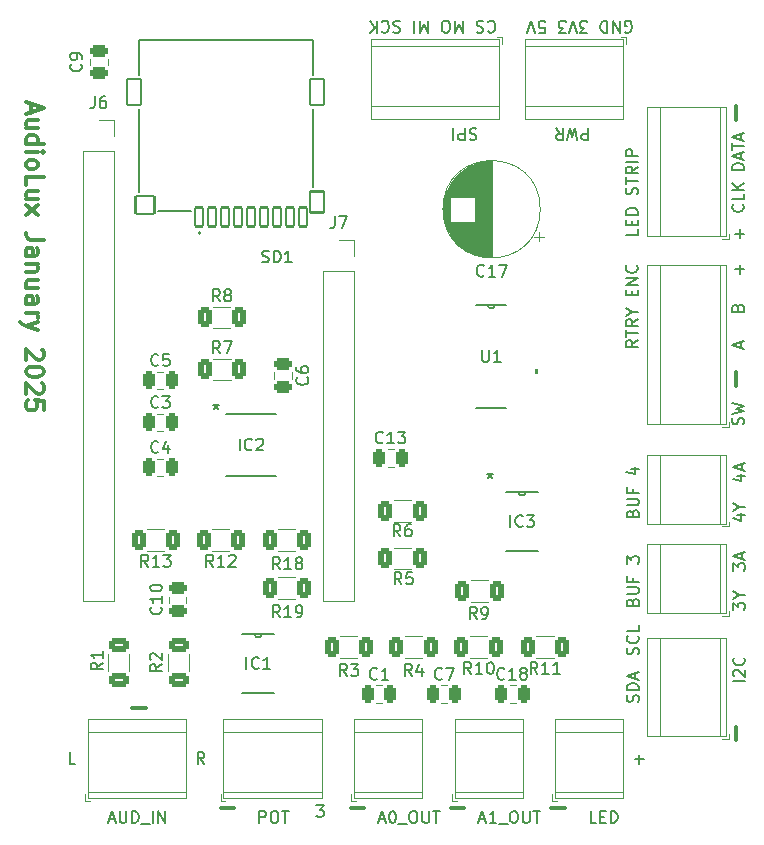
<source format=gto>
G04 #@! TF.GenerationSoftware,KiCad,Pcbnew,8.0.6*
G04 #@! TF.CreationDate,2025-01-17T16:42:44-08:00*
G04 #@! TF.ProjectId,AudioLux,41756469-6f4c-4757-982e-6b696361645f,rev?*
G04 #@! TF.SameCoordinates,Original*
G04 #@! TF.FileFunction,Legend,Top*
G04 #@! TF.FilePolarity,Positive*
%FSLAX46Y46*%
G04 Gerber Fmt 4.6, Leading zero omitted, Abs format (unit mm)*
G04 Created by KiCad (PCBNEW 8.0.6) date 2025-01-17 16:42:44*
%MOMM*%
%LPD*%
G01*
G04 APERTURE LIST*
G04 Aperture macros list*
%AMRoundRect*
0 Rectangle with rounded corners*
0 $1 Rounding radius*
0 $2 $3 $4 $5 $6 $7 $8 $9 X,Y pos of 4 corners*
0 Add a 4 corners polygon primitive as box body*
4,1,4,$2,$3,$4,$5,$6,$7,$8,$9,$2,$3,0*
0 Add four circle primitives for the rounded corners*
1,1,$1+$1,$2,$3*
1,1,$1+$1,$4,$5*
1,1,$1+$1,$6,$7*
1,1,$1+$1,$8,$9*
0 Add four rect primitives between the rounded corners*
20,1,$1+$1,$2,$3,$4,$5,0*
20,1,$1+$1,$4,$5,$6,$7,0*
20,1,$1+$1,$6,$7,$8,$9,0*
20,1,$1+$1,$8,$9,$2,$3,0*%
G04 Aperture macros list end*
%ADD10C,0.150000*%
%ADD11C,0.300000*%
%ADD12C,0.120000*%
%ADD13C,0.152400*%
%ADD14C,0.127000*%
%ADD15C,0.200000*%
%ADD16C,0.000000*%
%ADD17R,2.100000X2.100000*%
%ADD18C,2.100000*%
%ADD19RoundRect,0.250000X-0.250000X-0.475000X0.250000X-0.475000X0.250000X0.475000X-0.250000X0.475000X0*%
%ADD20RoundRect,0.250000X0.312500X0.625000X-0.312500X0.625000X-0.312500X-0.625000X0.312500X-0.625000X0*%
%ADD21RoundRect,0.250000X-0.625000X0.312500X-0.625000X-0.312500X0.625000X-0.312500X0.625000X0.312500X0*%
%ADD22R,1.460500X0.533400*%
%ADD23RoundRect,0.250000X0.250000X0.475000X-0.250000X0.475000X-0.250000X-0.475000X0.250000X-0.475000X0*%
%ADD24R,1.600000X1.600000*%
%ADD25C,1.600000*%
%ADD26RoundRect,0.250000X-0.475000X0.250000X-0.475000X-0.250000X0.475000X-0.250000X0.475000X0.250000X0*%
%ADD27R,1.700000X1.700000*%
%ADD28O,1.700000X1.700000*%
%ADD29C,2.500000*%
%ADD30RoundRect,0.250000X-0.312500X-0.625000X0.312500X-0.625000X0.312500X0.625000X-0.312500X0.625000X0*%
%ADD31C,1.000000*%
%ADD32RoundRect,0.102000X0.350000X0.800000X-0.350000X0.800000X-0.350000X-0.800000X0.350000X-0.800000X0*%
%ADD33RoundRect,0.102000X0.600000X0.900000X-0.600000X0.900000X-0.600000X-0.900000X0.600000X-0.900000X0*%
%ADD34RoundRect,0.102000X0.800000X0.750000X-0.800000X0.750000X-0.800000X-0.750000X0.800000X-0.750000X0*%
%ADD35RoundRect,0.102000X0.600000X1.100000X-0.600000X1.100000X-0.600000X-1.100000X0.600000X-1.100000X0*%
%ADD36R,1.981200X0.558800*%
G04 APERTURE END LIST*
D10*
X163288152Y-92904762D02*
X163954819Y-92904762D01*
X162907200Y-93142857D02*
X163621485Y-93380952D01*
X163621485Y-93380952D02*
X163621485Y-92761905D01*
X163478628Y-92190476D02*
X163954819Y-92190476D01*
X162954819Y-92523809D02*
X163478628Y-92190476D01*
X163478628Y-92190476D02*
X162954819Y-91857143D01*
X163288152Y-89571428D02*
X163954819Y-89571428D01*
X162907200Y-89809523D02*
X163621485Y-90047618D01*
X163621485Y-90047618D02*
X163621485Y-89428571D01*
X163669104Y-89095237D02*
X163669104Y-88619047D01*
X163954819Y-89190475D02*
X162954819Y-88857142D01*
X162954819Y-88857142D02*
X163954819Y-88523809D01*
X162954819Y-100928571D02*
X162954819Y-100309524D01*
X162954819Y-100309524D02*
X163335771Y-100642857D01*
X163335771Y-100642857D02*
X163335771Y-100500000D01*
X163335771Y-100500000D02*
X163383390Y-100404762D01*
X163383390Y-100404762D02*
X163431009Y-100357143D01*
X163431009Y-100357143D02*
X163526247Y-100309524D01*
X163526247Y-100309524D02*
X163764342Y-100309524D01*
X163764342Y-100309524D02*
X163859580Y-100357143D01*
X163859580Y-100357143D02*
X163907200Y-100404762D01*
X163907200Y-100404762D02*
X163954819Y-100500000D01*
X163954819Y-100500000D02*
X163954819Y-100785714D01*
X163954819Y-100785714D02*
X163907200Y-100880952D01*
X163907200Y-100880952D02*
X163859580Y-100928571D01*
X163478628Y-99690476D02*
X163954819Y-99690476D01*
X162954819Y-100023809D02*
X163478628Y-99690476D01*
X163478628Y-99690476D02*
X162954819Y-99357143D01*
X162954819Y-97595237D02*
X162954819Y-96976190D01*
X162954819Y-96976190D02*
X163335771Y-97309523D01*
X163335771Y-97309523D02*
X163335771Y-97166666D01*
X163335771Y-97166666D02*
X163383390Y-97071428D01*
X163383390Y-97071428D02*
X163431009Y-97023809D01*
X163431009Y-97023809D02*
X163526247Y-96976190D01*
X163526247Y-96976190D02*
X163764342Y-96976190D01*
X163764342Y-96976190D02*
X163859580Y-97023809D01*
X163859580Y-97023809D02*
X163907200Y-97071428D01*
X163907200Y-97071428D02*
X163954819Y-97166666D01*
X163954819Y-97166666D02*
X163954819Y-97452380D01*
X163954819Y-97452380D02*
X163907200Y-97547618D01*
X163907200Y-97547618D02*
X163859580Y-97595237D01*
X163669104Y-96595237D02*
X163669104Y-96119047D01*
X163954819Y-96690475D02*
X162954819Y-96357142D01*
X162954819Y-96357142D02*
X163954819Y-96023809D01*
X141210839Y-60177800D02*
X141067982Y-60130180D01*
X141067982Y-60130180D02*
X140829887Y-60130180D01*
X140829887Y-60130180D02*
X140734649Y-60177800D01*
X140734649Y-60177800D02*
X140687030Y-60225419D01*
X140687030Y-60225419D02*
X140639411Y-60320657D01*
X140639411Y-60320657D02*
X140639411Y-60415895D01*
X140639411Y-60415895D02*
X140687030Y-60511133D01*
X140687030Y-60511133D02*
X140734649Y-60558752D01*
X140734649Y-60558752D02*
X140829887Y-60606371D01*
X140829887Y-60606371D02*
X141020363Y-60653990D01*
X141020363Y-60653990D02*
X141115601Y-60701609D01*
X141115601Y-60701609D02*
X141163220Y-60749228D01*
X141163220Y-60749228D02*
X141210839Y-60844466D01*
X141210839Y-60844466D02*
X141210839Y-60939704D01*
X141210839Y-60939704D02*
X141163220Y-61034942D01*
X141163220Y-61034942D02*
X141115601Y-61082561D01*
X141115601Y-61082561D02*
X141020363Y-61130180D01*
X141020363Y-61130180D02*
X140782268Y-61130180D01*
X140782268Y-61130180D02*
X140639411Y-61082561D01*
X140210839Y-60130180D02*
X140210839Y-61130180D01*
X140210839Y-61130180D02*
X139829887Y-61130180D01*
X139829887Y-61130180D02*
X139734649Y-61082561D01*
X139734649Y-61082561D02*
X139687030Y-61034942D01*
X139687030Y-61034942D02*
X139639411Y-60939704D01*
X139639411Y-60939704D02*
X139639411Y-60796847D01*
X139639411Y-60796847D02*
X139687030Y-60701609D01*
X139687030Y-60701609D02*
X139734649Y-60653990D01*
X139734649Y-60653990D02*
X139829887Y-60606371D01*
X139829887Y-60606371D02*
X140210839Y-60606371D01*
X139210839Y-60130180D02*
X139210839Y-61130180D01*
X150663220Y-60130180D02*
X150663220Y-61130180D01*
X150663220Y-61130180D02*
X150282268Y-61130180D01*
X150282268Y-61130180D02*
X150187030Y-61082561D01*
X150187030Y-61082561D02*
X150139411Y-61034942D01*
X150139411Y-61034942D02*
X150091792Y-60939704D01*
X150091792Y-60939704D02*
X150091792Y-60796847D01*
X150091792Y-60796847D02*
X150139411Y-60701609D01*
X150139411Y-60701609D02*
X150187030Y-60653990D01*
X150187030Y-60653990D02*
X150282268Y-60606371D01*
X150282268Y-60606371D02*
X150663220Y-60606371D01*
X149758458Y-61130180D02*
X149520363Y-60130180D01*
X149520363Y-60130180D02*
X149329887Y-60844466D01*
X149329887Y-60844466D02*
X149139411Y-60130180D01*
X149139411Y-60130180D02*
X148901316Y-61130180D01*
X147948935Y-60130180D02*
X148282268Y-60606371D01*
X148520363Y-60130180D02*
X148520363Y-61130180D01*
X148520363Y-61130180D02*
X148139411Y-61130180D01*
X148139411Y-61130180D02*
X148044173Y-61082561D01*
X148044173Y-61082561D02*
X147996554Y-61034942D01*
X147996554Y-61034942D02*
X147948935Y-60939704D01*
X147948935Y-60939704D02*
X147948935Y-60796847D01*
X147948935Y-60796847D02*
X147996554Y-60701609D01*
X147996554Y-60701609D02*
X148044173Y-60653990D01*
X148044173Y-60653990D02*
X148139411Y-60606371D01*
X148139411Y-60606371D02*
X148520363Y-60606371D01*
X142190476Y-51140419D02*
X142238095Y-51092800D01*
X142238095Y-51092800D02*
X142380952Y-51045180D01*
X142380952Y-51045180D02*
X142476190Y-51045180D01*
X142476190Y-51045180D02*
X142619047Y-51092800D01*
X142619047Y-51092800D02*
X142714285Y-51188038D01*
X142714285Y-51188038D02*
X142761904Y-51283276D01*
X142761904Y-51283276D02*
X142809523Y-51473752D01*
X142809523Y-51473752D02*
X142809523Y-51616609D01*
X142809523Y-51616609D02*
X142761904Y-51807085D01*
X142761904Y-51807085D02*
X142714285Y-51902323D01*
X142714285Y-51902323D02*
X142619047Y-51997561D01*
X142619047Y-51997561D02*
X142476190Y-52045180D01*
X142476190Y-52045180D02*
X142380952Y-52045180D01*
X142380952Y-52045180D02*
X142238095Y-51997561D01*
X142238095Y-51997561D02*
X142190476Y-51949942D01*
X141809523Y-51092800D02*
X141666666Y-51045180D01*
X141666666Y-51045180D02*
X141428571Y-51045180D01*
X141428571Y-51045180D02*
X141333333Y-51092800D01*
X141333333Y-51092800D02*
X141285714Y-51140419D01*
X141285714Y-51140419D02*
X141238095Y-51235657D01*
X141238095Y-51235657D02*
X141238095Y-51330895D01*
X141238095Y-51330895D02*
X141285714Y-51426133D01*
X141285714Y-51426133D02*
X141333333Y-51473752D01*
X141333333Y-51473752D02*
X141428571Y-51521371D01*
X141428571Y-51521371D02*
X141619047Y-51568990D01*
X141619047Y-51568990D02*
X141714285Y-51616609D01*
X141714285Y-51616609D02*
X141761904Y-51664228D01*
X141761904Y-51664228D02*
X141809523Y-51759466D01*
X141809523Y-51759466D02*
X141809523Y-51854704D01*
X141809523Y-51854704D02*
X141761904Y-51949942D01*
X141761904Y-51949942D02*
X141714285Y-51997561D01*
X141714285Y-51997561D02*
X141619047Y-52045180D01*
X141619047Y-52045180D02*
X141380952Y-52045180D01*
X141380952Y-52045180D02*
X141238095Y-51997561D01*
X140047618Y-51045180D02*
X140047618Y-52045180D01*
X140047618Y-52045180D02*
X139714285Y-51330895D01*
X139714285Y-51330895D02*
X139380952Y-52045180D01*
X139380952Y-52045180D02*
X139380952Y-51045180D01*
X138714285Y-52045180D02*
X138523809Y-52045180D01*
X138523809Y-52045180D02*
X138428571Y-51997561D01*
X138428571Y-51997561D02*
X138333333Y-51902323D01*
X138333333Y-51902323D02*
X138285714Y-51711847D01*
X138285714Y-51711847D02*
X138285714Y-51378514D01*
X138285714Y-51378514D02*
X138333333Y-51188038D01*
X138333333Y-51188038D02*
X138428571Y-51092800D01*
X138428571Y-51092800D02*
X138523809Y-51045180D01*
X138523809Y-51045180D02*
X138714285Y-51045180D01*
X138714285Y-51045180D02*
X138809523Y-51092800D01*
X138809523Y-51092800D02*
X138904761Y-51188038D01*
X138904761Y-51188038D02*
X138952380Y-51378514D01*
X138952380Y-51378514D02*
X138952380Y-51711847D01*
X138952380Y-51711847D02*
X138904761Y-51902323D01*
X138904761Y-51902323D02*
X138809523Y-51997561D01*
X138809523Y-51997561D02*
X138714285Y-52045180D01*
X137095237Y-51045180D02*
X137095237Y-52045180D01*
X137095237Y-52045180D02*
X136761904Y-51330895D01*
X136761904Y-51330895D02*
X136428571Y-52045180D01*
X136428571Y-52045180D02*
X136428571Y-51045180D01*
X135952380Y-51045180D02*
X135952380Y-52045180D01*
X134761904Y-51092800D02*
X134619047Y-51045180D01*
X134619047Y-51045180D02*
X134380952Y-51045180D01*
X134380952Y-51045180D02*
X134285714Y-51092800D01*
X134285714Y-51092800D02*
X134238095Y-51140419D01*
X134238095Y-51140419D02*
X134190476Y-51235657D01*
X134190476Y-51235657D02*
X134190476Y-51330895D01*
X134190476Y-51330895D02*
X134238095Y-51426133D01*
X134238095Y-51426133D02*
X134285714Y-51473752D01*
X134285714Y-51473752D02*
X134380952Y-51521371D01*
X134380952Y-51521371D02*
X134571428Y-51568990D01*
X134571428Y-51568990D02*
X134666666Y-51616609D01*
X134666666Y-51616609D02*
X134714285Y-51664228D01*
X134714285Y-51664228D02*
X134761904Y-51759466D01*
X134761904Y-51759466D02*
X134761904Y-51854704D01*
X134761904Y-51854704D02*
X134714285Y-51949942D01*
X134714285Y-51949942D02*
X134666666Y-51997561D01*
X134666666Y-51997561D02*
X134571428Y-52045180D01*
X134571428Y-52045180D02*
X134333333Y-52045180D01*
X134333333Y-52045180D02*
X134190476Y-51997561D01*
X133190476Y-51140419D02*
X133238095Y-51092800D01*
X133238095Y-51092800D02*
X133380952Y-51045180D01*
X133380952Y-51045180D02*
X133476190Y-51045180D01*
X133476190Y-51045180D02*
X133619047Y-51092800D01*
X133619047Y-51092800D02*
X133714285Y-51188038D01*
X133714285Y-51188038D02*
X133761904Y-51283276D01*
X133761904Y-51283276D02*
X133809523Y-51473752D01*
X133809523Y-51473752D02*
X133809523Y-51616609D01*
X133809523Y-51616609D02*
X133761904Y-51807085D01*
X133761904Y-51807085D02*
X133714285Y-51902323D01*
X133714285Y-51902323D02*
X133619047Y-51997561D01*
X133619047Y-51997561D02*
X133476190Y-52045180D01*
X133476190Y-52045180D02*
X133380952Y-52045180D01*
X133380952Y-52045180D02*
X133238095Y-51997561D01*
X133238095Y-51997561D02*
X133190476Y-51949942D01*
X132761904Y-51045180D02*
X132761904Y-52045180D01*
X132190476Y-51045180D02*
X132619047Y-51616609D01*
X132190476Y-52045180D02*
X132761904Y-51473752D01*
D11*
X163229400Y-111945489D02*
X163229400Y-110802632D01*
X119554510Y-117729400D02*
X120697368Y-117729400D01*
D10*
X163584104Y-78710839D02*
X163584104Y-78234649D01*
X163869819Y-78806077D02*
X162869819Y-78472744D01*
X162869819Y-78472744D02*
X163869819Y-78139411D01*
D11*
X163229400Y-81945489D02*
X163229400Y-80802632D01*
X112054510Y-109229400D02*
X113197368Y-109229400D01*
D10*
X154907200Y-108714285D02*
X154954819Y-108571428D01*
X154954819Y-108571428D02*
X154954819Y-108333333D01*
X154954819Y-108333333D02*
X154907200Y-108238095D01*
X154907200Y-108238095D02*
X154859580Y-108190476D01*
X154859580Y-108190476D02*
X154764342Y-108142857D01*
X154764342Y-108142857D02*
X154669104Y-108142857D01*
X154669104Y-108142857D02*
X154573866Y-108190476D01*
X154573866Y-108190476D02*
X154526247Y-108238095D01*
X154526247Y-108238095D02*
X154478628Y-108333333D01*
X154478628Y-108333333D02*
X154431009Y-108523809D01*
X154431009Y-108523809D02*
X154383390Y-108619047D01*
X154383390Y-108619047D02*
X154335771Y-108666666D01*
X154335771Y-108666666D02*
X154240533Y-108714285D01*
X154240533Y-108714285D02*
X154145295Y-108714285D01*
X154145295Y-108714285D02*
X154050057Y-108666666D01*
X154050057Y-108666666D02*
X154002438Y-108619047D01*
X154002438Y-108619047D02*
X153954819Y-108523809D01*
X153954819Y-108523809D02*
X153954819Y-108285714D01*
X153954819Y-108285714D02*
X154002438Y-108142857D01*
X154954819Y-107714285D02*
X153954819Y-107714285D01*
X153954819Y-107714285D02*
X153954819Y-107476190D01*
X153954819Y-107476190D02*
X154002438Y-107333333D01*
X154002438Y-107333333D02*
X154097676Y-107238095D01*
X154097676Y-107238095D02*
X154192914Y-107190476D01*
X154192914Y-107190476D02*
X154383390Y-107142857D01*
X154383390Y-107142857D02*
X154526247Y-107142857D01*
X154526247Y-107142857D02*
X154716723Y-107190476D01*
X154716723Y-107190476D02*
X154811961Y-107238095D01*
X154811961Y-107238095D02*
X154907200Y-107333333D01*
X154907200Y-107333333D02*
X154954819Y-107476190D01*
X154954819Y-107476190D02*
X154954819Y-107714285D01*
X154669104Y-106761904D02*
X154669104Y-106285714D01*
X154954819Y-106857142D02*
X153954819Y-106523809D01*
X153954819Y-106523809D02*
X154954819Y-106190476D01*
X153809524Y-51997561D02*
X153904762Y-52045180D01*
X153904762Y-52045180D02*
X154047619Y-52045180D01*
X154047619Y-52045180D02*
X154190476Y-51997561D01*
X154190476Y-51997561D02*
X154285714Y-51902323D01*
X154285714Y-51902323D02*
X154333333Y-51807085D01*
X154333333Y-51807085D02*
X154380952Y-51616609D01*
X154380952Y-51616609D02*
X154380952Y-51473752D01*
X154380952Y-51473752D02*
X154333333Y-51283276D01*
X154333333Y-51283276D02*
X154285714Y-51188038D01*
X154285714Y-51188038D02*
X154190476Y-51092800D01*
X154190476Y-51092800D02*
X154047619Y-51045180D01*
X154047619Y-51045180D02*
X153952381Y-51045180D01*
X153952381Y-51045180D02*
X153809524Y-51092800D01*
X153809524Y-51092800D02*
X153761905Y-51140419D01*
X153761905Y-51140419D02*
X153761905Y-51473752D01*
X153761905Y-51473752D02*
X153952381Y-51473752D01*
X153333333Y-51045180D02*
X153333333Y-52045180D01*
X153333333Y-52045180D02*
X152761905Y-51045180D01*
X152761905Y-51045180D02*
X152761905Y-52045180D01*
X152285714Y-51045180D02*
X152285714Y-52045180D01*
X152285714Y-52045180D02*
X152047619Y-52045180D01*
X152047619Y-52045180D02*
X151904762Y-51997561D01*
X151904762Y-51997561D02*
X151809524Y-51902323D01*
X151809524Y-51902323D02*
X151761905Y-51807085D01*
X151761905Y-51807085D02*
X151714286Y-51616609D01*
X151714286Y-51616609D02*
X151714286Y-51473752D01*
X151714286Y-51473752D02*
X151761905Y-51283276D01*
X151761905Y-51283276D02*
X151809524Y-51188038D01*
X151809524Y-51188038D02*
X151904762Y-51092800D01*
X151904762Y-51092800D02*
X152047619Y-51045180D01*
X152047619Y-51045180D02*
X152285714Y-51045180D01*
X150619047Y-52045180D02*
X150000000Y-52045180D01*
X150000000Y-52045180D02*
X150333333Y-51664228D01*
X150333333Y-51664228D02*
X150190476Y-51664228D01*
X150190476Y-51664228D02*
X150095238Y-51616609D01*
X150095238Y-51616609D02*
X150047619Y-51568990D01*
X150047619Y-51568990D02*
X150000000Y-51473752D01*
X150000000Y-51473752D02*
X150000000Y-51235657D01*
X150000000Y-51235657D02*
X150047619Y-51140419D01*
X150047619Y-51140419D02*
X150095238Y-51092800D01*
X150095238Y-51092800D02*
X150190476Y-51045180D01*
X150190476Y-51045180D02*
X150476190Y-51045180D01*
X150476190Y-51045180D02*
X150571428Y-51092800D01*
X150571428Y-51092800D02*
X150619047Y-51140419D01*
X149714285Y-52045180D02*
X149380952Y-51045180D01*
X149380952Y-51045180D02*
X149047619Y-52045180D01*
X148809523Y-52045180D02*
X148190476Y-52045180D01*
X148190476Y-52045180D02*
X148523809Y-51664228D01*
X148523809Y-51664228D02*
X148380952Y-51664228D01*
X148380952Y-51664228D02*
X148285714Y-51616609D01*
X148285714Y-51616609D02*
X148238095Y-51568990D01*
X148238095Y-51568990D02*
X148190476Y-51473752D01*
X148190476Y-51473752D02*
X148190476Y-51235657D01*
X148190476Y-51235657D02*
X148238095Y-51140419D01*
X148238095Y-51140419D02*
X148285714Y-51092800D01*
X148285714Y-51092800D02*
X148380952Y-51045180D01*
X148380952Y-51045180D02*
X148666666Y-51045180D01*
X148666666Y-51045180D02*
X148761904Y-51092800D01*
X148761904Y-51092800D02*
X148809523Y-51140419D01*
X146523809Y-52045180D02*
X146999999Y-52045180D01*
X146999999Y-52045180D02*
X147047618Y-51568990D01*
X147047618Y-51568990D02*
X146999999Y-51616609D01*
X146999999Y-51616609D02*
X146904761Y-51664228D01*
X146904761Y-51664228D02*
X146666666Y-51664228D01*
X146666666Y-51664228D02*
X146571428Y-51616609D01*
X146571428Y-51616609D02*
X146523809Y-51568990D01*
X146523809Y-51568990D02*
X146476190Y-51473752D01*
X146476190Y-51473752D02*
X146476190Y-51235657D01*
X146476190Y-51235657D02*
X146523809Y-51140419D01*
X146523809Y-51140419D02*
X146571428Y-51092800D01*
X146571428Y-51092800D02*
X146666666Y-51045180D01*
X146666666Y-51045180D02*
X146904761Y-51045180D01*
X146904761Y-51045180D02*
X146999999Y-51092800D01*
X146999999Y-51092800D02*
X147047618Y-51140419D01*
X146190475Y-52045180D02*
X145857142Y-51045180D01*
X145857142Y-51045180D02*
X145523809Y-52045180D01*
X110095238Y-118669104D02*
X110571428Y-118669104D01*
X110000000Y-118954819D02*
X110333333Y-117954819D01*
X110333333Y-117954819D02*
X110666666Y-118954819D01*
X111000000Y-117954819D02*
X111000000Y-118764342D01*
X111000000Y-118764342D02*
X111047619Y-118859580D01*
X111047619Y-118859580D02*
X111095238Y-118907200D01*
X111095238Y-118907200D02*
X111190476Y-118954819D01*
X111190476Y-118954819D02*
X111380952Y-118954819D01*
X111380952Y-118954819D02*
X111476190Y-118907200D01*
X111476190Y-118907200D02*
X111523809Y-118859580D01*
X111523809Y-118859580D02*
X111571428Y-118764342D01*
X111571428Y-118764342D02*
X111571428Y-117954819D01*
X112047619Y-118954819D02*
X112047619Y-117954819D01*
X112047619Y-117954819D02*
X112285714Y-117954819D01*
X112285714Y-117954819D02*
X112428571Y-118002438D01*
X112428571Y-118002438D02*
X112523809Y-118097676D01*
X112523809Y-118097676D02*
X112571428Y-118192914D01*
X112571428Y-118192914D02*
X112619047Y-118383390D01*
X112619047Y-118383390D02*
X112619047Y-118526247D01*
X112619047Y-118526247D02*
X112571428Y-118716723D01*
X112571428Y-118716723D02*
X112523809Y-118811961D01*
X112523809Y-118811961D02*
X112428571Y-118907200D01*
X112428571Y-118907200D02*
X112285714Y-118954819D01*
X112285714Y-118954819D02*
X112047619Y-118954819D01*
X112809524Y-119050057D02*
X113571428Y-119050057D01*
X113809524Y-118954819D02*
X113809524Y-117954819D01*
X114285714Y-118954819D02*
X114285714Y-117954819D01*
X114285714Y-117954819D02*
X114857142Y-118954819D01*
X114857142Y-118954819D02*
X114857142Y-117954819D01*
D11*
X163229400Y-59445489D02*
X163229400Y-58302632D01*
D10*
X154619048Y-113573866D02*
X155380953Y-113573866D01*
X155000000Y-113954819D02*
X155000000Y-113192914D01*
X122833333Y-118954819D02*
X122833333Y-117954819D01*
X122833333Y-117954819D02*
X123214285Y-117954819D01*
X123214285Y-117954819D02*
X123309523Y-118002438D01*
X123309523Y-118002438D02*
X123357142Y-118050057D01*
X123357142Y-118050057D02*
X123404761Y-118145295D01*
X123404761Y-118145295D02*
X123404761Y-118288152D01*
X123404761Y-118288152D02*
X123357142Y-118383390D01*
X123357142Y-118383390D02*
X123309523Y-118431009D01*
X123309523Y-118431009D02*
X123214285Y-118478628D01*
X123214285Y-118478628D02*
X122833333Y-118478628D01*
X124023809Y-117954819D02*
X124214285Y-117954819D01*
X124214285Y-117954819D02*
X124309523Y-118002438D01*
X124309523Y-118002438D02*
X124404761Y-118097676D01*
X124404761Y-118097676D02*
X124452380Y-118288152D01*
X124452380Y-118288152D02*
X124452380Y-118621485D01*
X124452380Y-118621485D02*
X124404761Y-118811961D01*
X124404761Y-118811961D02*
X124309523Y-118907200D01*
X124309523Y-118907200D02*
X124214285Y-118954819D01*
X124214285Y-118954819D02*
X124023809Y-118954819D01*
X124023809Y-118954819D02*
X123928571Y-118907200D01*
X123928571Y-118907200D02*
X123833333Y-118811961D01*
X123833333Y-118811961D02*
X123785714Y-118621485D01*
X123785714Y-118621485D02*
X123785714Y-118288152D01*
X123785714Y-118288152D02*
X123833333Y-118097676D01*
X123833333Y-118097676D02*
X123928571Y-118002438D01*
X123928571Y-118002438D02*
X124023809Y-117954819D01*
X124738095Y-117954819D02*
X125309523Y-117954819D01*
X125023809Y-118954819D02*
X125023809Y-117954819D01*
D11*
X103497742Y-58103082D02*
X103497742Y-58817368D01*
X103069171Y-57960225D02*
X104569171Y-58460225D01*
X104569171Y-58460225D02*
X103069171Y-58960225D01*
X104069171Y-60103082D02*
X103069171Y-60103082D01*
X104069171Y-59460224D02*
X103283457Y-59460224D01*
X103283457Y-59460224D02*
X103140600Y-59531653D01*
X103140600Y-59531653D02*
X103069171Y-59674510D01*
X103069171Y-59674510D02*
X103069171Y-59888796D01*
X103069171Y-59888796D02*
X103140600Y-60031653D01*
X103140600Y-60031653D02*
X103212028Y-60103082D01*
X103069171Y-61460225D02*
X104569171Y-61460225D01*
X103140600Y-61460225D02*
X103069171Y-61317367D01*
X103069171Y-61317367D02*
X103069171Y-61031653D01*
X103069171Y-61031653D02*
X103140600Y-60888796D01*
X103140600Y-60888796D02*
X103212028Y-60817367D01*
X103212028Y-60817367D02*
X103354885Y-60745939D01*
X103354885Y-60745939D02*
X103783457Y-60745939D01*
X103783457Y-60745939D02*
X103926314Y-60817367D01*
X103926314Y-60817367D02*
X103997742Y-60888796D01*
X103997742Y-60888796D02*
X104069171Y-61031653D01*
X104069171Y-61031653D02*
X104069171Y-61317367D01*
X104069171Y-61317367D02*
X103997742Y-61460225D01*
X103069171Y-62174510D02*
X104069171Y-62174510D01*
X104569171Y-62174510D02*
X104497742Y-62103082D01*
X104497742Y-62103082D02*
X104426314Y-62174510D01*
X104426314Y-62174510D02*
X104497742Y-62245939D01*
X104497742Y-62245939D02*
X104569171Y-62174510D01*
X104569171Y-62174510D02*
X104426314Y-62174510D01*
X103069171Y-63103082D02*
X103140600Y-62960225D01*
X103140600Y-62960225D02*
X103212028Y-62888796D01*
X103212028Y-62888796D02*
X103354885Y-62817368D01*
X103354885Y-62817368D02*
X103783457Y-62817368D01*
X103783457Y-62817368D02*
X103926314Y-62888796D01*
X103926314Y-62888796D02*
X103997742Y-62960225D01*
X103997742Y-62960225D02*
X104069171Y-63103082D01*
X104069171Y-63103082D02*
X104069171Y-63317368D01*
X104069171Y-63317368D02*
X103997742Y-63460225D01*
X103997742Y-63460225D02*
X103926314Y-63531654D01*
X103926314Y-63531654D02*
X103783457Y-63603082D01*
X103783457Y-63603082D02*
X103354885Y-63603082D01*
X103354885Y-63603082D02*
X103212028Y-63531654D01*
X103212028Y-63531654D02*
X103140600Y-63460225D01*
X103140600Y-63460225D02*
X103069171Y-63317368D01*
X103069171Y-63317368D02*
X103069171Y-63103082D01*
X103069171Y-64960225D02*
X103069171Y-64245939D01*
X103069171Y-64245939D02*
X104569171Y-64245939D01*
X104069171Y-66103083D02*
X103069171Y-66103083D01*
X104069171Y-65460225D02*
X103283457Y-65460225D01*
X103283457Y-65460225D02*
X103140600Y-65531654D01*
X103140600Y-65531654D02*
X103069171Y-65674511D01*
X103069171Y-65674511D02*
X103069171Y-65888797D01*
X103069171Y-65888797D02*
X103140600Y-66031654D01*
X103140600Y-66031654D02*
X103212028Y-66103083D01*
X103069171Y-66674511D02*
X104069171Y-67460226D01*
X104069171Y-66674511D02*
X103069171Y-67460226D01*
X104569171Y-69603083D02*
X103497742Y-69603083D01*
X103497742Y-69603083D02*
X103283457Y-69531654D01*
X103283457Y-69531654D02*
X103140600Y-69388797D01*
X103140600Y-69388797D02*
X103069171Y-69174511D01*
X103069171Y-69174511D02*
X103069171Y-69031654D01*
X103069171Y-70960226D02*
X103854885Y-70960226D01*
X103854885Y-70960226D02*
X103997742Y-70888797D01*
X103997742Y-70888797D02*
X104069171Y-70745940D01*
X104069171Y-70745940D02*
X104069171Y-70460226D01*
X104069171Y-70460226D02*
X103997742Y-70317368D01*
X103140600Y-70960226D02*
X103069171Y-70817368D01*
X103069171Y-70817368D02*
X103069171Y-70460226D01*
X103069171Y-70460226D02*
X103140600Y-70317368D01*
X103140600Y-70317368D02*
X103283457Y-70245940D01*
X103283457Y-70245940D02*
X103426314Y-70245940D01*
X103426314Y-70245940D02*
X103569171Y-70317368D01*
X103569171Y-70317368D02*
X103640600Y-70460226D01*
X103640600Y-70460226D02*
X103640600Y-70817368D01*
X103640600Y-70817368D02*
X103712028Y-70960226D01*
X104069171Y-71674511D02*
X103069171Y-71674511D01*
X103926314Y-71674511D02*
X103997742Y-71745940D01*
X103997742Y-71745940D02*
X104069171Y-71888797D01*
X104069171Y-71888797D02*
X104069171Y-72103083D01*
X104069171Y-72103083D02*
X103997742Y-72245940D01*
X103997742Y-72245940D02*
X103854885Y-72317369D01*
X103854885Y-72317369D02*
X103069171Y-72317369D01*
X104069171Y-73674512D02*
X103069171Y-73674512D01*
X104069171Y-73031654D02*
X103283457Y-73031654D01*
X103283457Y-73031654D02*
X103140600Y-73103083D01*
X103140600Y-73103083D02*
X103069171Y-73245940D01*
X103069171Y-73245940D02*
X103069171Y-73460226D01*
X103069171Y-73460226D02*
X103140600Y-73603083D01*
X103140600Y-73603083D02*
X103212028Y-73674512D01*
X103069171Y-75031655D02*
X103854885Y-75031655D01*
X103854885Y-75031655D02*
X103997742Y-74960226D01*
X103997742Y-74960226D02*
X104069171Y-74817369D01*
X104069171Y-74817369D02*
X104069171Y-74531655D01*
X104069171Y-74531655D02*
X103997742Y-74388797D01*
X103140600Y-75031655D02*
X103069171Y-74888797D01*
X103069171Y-74888797D02*
X103069171Y-74531655D01*
X103069171Y-74531655D02*
X103140600Y-74388797D01*
X103140600Y-74388797D02*
X103283457Y-74317369D01*
X103283457Y-74317369D02*
X103426314Y-74317369D01*
X103426314Y-74317369D02*
X103569171Y-74388797D01*
X103569171Y-74388797D02*
X103640600Y-74531655D01*
X103640600Y-74531655D02*
X103640600Y-74888797D01*
X103640600Y-74888797D02*
X103712028Y-75031655D01*
X103069171Y-75745940D02*
X104069171Y-75745940D01*
X103783457Y-75745940D02*
X103926314Y-75817369D01*
X103926314Y-75817369D02*
X103997742Y-75888798D01*
X103997742Y-75888798D02*
X104069171Y-76031655D01*
X104069171Y-76031655D02*
X104069171Y-76174512D01*
X104069171Y-76531654D02*
X103069171Y-76888797D01*
X104069171Y-77245940D02*
X103069171Y-76888797D01*
X103069171Y-76888797D02*
X102712028Y-76745940D01*
X102712028Y-76745940D02*
X102640600Y-76674511D01*
X102640600Y-76674511D02*
X102569171Y-76531654D01*
X104426314Y-78888797D02*
X104497742Y-78960225D01*
X104497742Y-78960225D02*
X104569171Y-79103083D01*
X104569171Y-79103083D02*
X104569171Y-79460225D01*
X104569171Y-79460225D02*
X104497742Y-79603083D01*
X104497742Y-79603083D02*
X104426314Y-79674511D01*
X104426314Y-79674511D02*
X104283457Y-79745940D01*
X104283457Y-79745940D02*
X104140600Y-79745940D01*
X104140600Y-79745940D02*
X103926314Y-79674511D01*
X103926314Y-79674511D02*
X103069171Y-78817368D01*
X103069171Y-78817368D02*
X103069171Y-79745940D01*
X104569171Y-80674511D02*
X104569171Y-80817368D01*
X104569171Y-80817368D02*
X104497742Y-80960225D01*
X104497742Y-80960225D02*
X104426314Y-81031654D01*
X104426314Y-81031654D02*
X104283457Y-81103082D01*
X104283457Y-81103082D02*
X103997742Y-81174511D01*
X103997742Y-81174511D02*
X103640600Y-81174511D01*
X103640600Y-81174511D02*
X103354885Y-81103082D01*
X103354885Y-81103082D02*
X103212028Y-81031654D01*
X103212028Y-81031654D02*
X103140600Y-80960225D01*
X103140600Y-80960225D02*
X103069171Y-80817368D01*
X103069171Y-80817368D02*
X103069171Y-80674511D01*
X103069171Y-80674511D02*
X103140600Y-80531654D01*
X103140600Y-80531654D02*
X103212028Y-80460225D01*
X103212028Y-80460225D02*
X103354885Y-80388796D01*
X103354885Y-80388796D02*
X103640600Y-80317368D01*
X103640600Y-80317368D02*
X103997742Y-80317368D01*
X103997742Y-80317368D02*
X104283457Y-80388796D01*
X104283457Y-80388796D02*
X104426314Y-80460225D01*
X104426314Y-80460225D02*
X104497742Y-80531654D01*
X104497742Y-80531654D02*
X104569171Y-80674511D01*
X104426314Y-81745939D02*
X104497742Y-81817367D01*
X104497742Y-81817367D02*
X104569171Y-81960225D01*
X104569171Y-81960225D02*
X104569171Y-82317367D01*
X104569171Y-82317367D02*
X104497742Y-82460225D01*
X104497742Y-82460225D02*
X104426314Y-82531653D01*
X104426314Y-82531653D02*
X104283457Y-82603082D01*
X104283457Y-82603082D02*
X104140600Y-82603082D01*
X104140600Y-82603082D02*
X103926314Y-82531653D01*
X103926314Y-82531653D02*
X103069171Y-81674510D01*
X103069171Y-81674510D02*
X103069171Y-82603082D01*
X104569171Y-83960224D02*
X104569171Y-83245938D01*
X104569171Y-83245938D02*
X103854885Y-83174510D01*
X103854885Y-83174510D02*
X103926314Y-83245938D01*
X103926314Y-83245938D02*
X103997742Y-83388796D01*
X103997742Y-83388796D02*
X103997742Y-83745938D01*
X103997742Y-83745938D02*
X103926314Y-83888796D01*
X103926314Y-83888796D02*
X103854885Y-83960224D01*
X103854885Y-83960224D02*
X103712028Y-84031653D01*
X103712028Y-84031653D02*
X103354885Y-84031653D01*
X103354885Y-84031653D02*
X103212028Y-83960224D01*
X103212028Y-83960224D02*
X103140600Y-83888796D01*
X103140600Y-83888796D02*
X103069171Y-83745938D01*
X103069171Y-83745938D02*
X103069171Y-83388796D01*
X103069171Y-83388796D02*
X103140600Y-83245938D01*
X103140600Y-83245938D02*
X103212028Y-83174510D01*
D10*
X154869819Y-78091792D02*
X154393628Y-78425125D01*
X154869819Y-78663220D02*
X153869819Y-78663220D01*
X153869819Y-78663220D02*
X153869819Y-78282268D01*
X153869819Y-78282268D02*
X153917438Y-78187030D01*
X153917438Y-78187030D02*
X153965057Y-78139411D01*
X153965057Y-78139411D02*
X154060295Y-78091792D01*
X154060295Y-78091792D02*
X154203152Y-78091792D01*
X154203152Y-78091792D02*
X154298390Y-78139411D01*
X154298390Y-78139411D02*
X154346009Y-78187030D01*
X154346009Y-78187030D02*
X154393628Y-78282268D01*
X154393628Y-78282268D02*
X154393628Y-78663220D01*
X153869819Y-77806077D02*
X153869819Y-77234649D01*
X154869819Y-77520363D02*
X153869819Y-77520363D01*
X154869819Y-76329887D02*
X154393628Y-76663220D01*
X154869819Y-76901315D02*
X153869819Y-76901315D01*
X153869819Y-76901315D02*
X153869819Y-76520363D01*
X153869819Y-76520363D02*
X153917438Y-76425125D01*
X153917438Y-76425125D02*
X153965057Y-76377506D01*
X153965057Y-76377506D02*
X154060295Y-76329887D01*
X154060295Y-76329887D02*
X154203152Y-76329887D01*
X154203152Y-76329887D02*
X154298390Y-76377506D01*
X154298390Y-76377506D02*
X154346009Y-76425125D01*
X154346009Y-76425125D02*
X154393628Y-76520363D01*
X154393628Y-76520363D02*
X154393628Y-76901315D01*
X154393628Y-75710839D02*
X154869819Y-75710839D01*
X153869819Y-76044172D02*
X154393628Y-75710839D01*
X154393628Y-75710839D02*
X153869819Y-75377506D01*
X154346009Y-74282267D02*
X154346009Y-73948934D01*
X154869819Y-73806077D02*
X154869819Y-74282267D01*
X154869819Y-74282267D02*
X153869819Y-74282267D01*
X153869819Y-74282267D02*
X153869819Y-73806077D01*
X154869819Y-73377505D02*
X153869819Y-73377505D01*
X153869819Y-73377505D02*
X154869819Y-72806077D01*
X154869819Y-72806077D02*
X153869819Y-72806077D01*
X154774580Y-71758458D02*
X154822200Y-71806077D01*
X154822200Y-71806077D02*
X154869819Y-71948934D01*
X154869819Y-71948934D02*
X154869819Y-72044172D01*
X154869819Y-72044172D02*
X154822200Y-72187029D01*
X154822200Y-72187029D02*
X154726961Y-72282267D01*
X154726961Y-72282267D02*
X154631723Y-72329886D01*
X154631723Y-72329886D02*
X154441247Y-72377505D01*
X154441247Y-72377505D02*
X154298390Y-72377505D01*
X154298390Y-72377505D02*
X154107914Y-72329886D01*
X154107914Y-72329886D02*
X154012676Y-72282267D01*
X154012676Y-72282267D02*
X153917438Y-72187029D01*
X153917438Y-72187029D02*
X153869819Y-72044172D01*
X153869819Y-72044172D02*
X153869819Y-71948934D01*
X153869819Y-71948934D02*
X153917438Y-71806077D01*
X153917438Y-71806077D02*
X153965057Y-71758458D01*
X163869819Y-63663220D02*
X162869819Y-63663220D01*
X162869819Y-63663220D02*
X162869819Y-63425125D01*
X162869819Y-63425125D02*
X162917438Y-63282268D01*
X162917438Y-63282268D02*
X163012676Y-63187030D01*
X163012676Y-63187030D02*
X163107914Y-63139411D01*
X163107914Y-63139411D02*
X163298390Y-63091792D01*
X163298390Y-63091792D02*
X163441247Y-63091792D01*
X163441247Y-63091792D02*
X163631723Y-63139411D01*
X163631723Y-63139411D02*
X163726961Y-63187030D01*
X163726961Y-63187030D02*
X163822200Y-63282268D01*
X163822200Y-63282268D02*
X163869819Y-63425125D01*
X163869819Y-63425125D02*
X163869819Y-63663220D01*
X163584104Y-62710839D02*
X163584104Y-62234649D01*
X163869819Y-62806077D02*
X162869819Y-62472744D01*
X162869819Y-62472744D02*
X163869819Y-62139411D01*
X162869819Y-61948934D02*
X162869819Y-61377506D01*
X163869819Y-61663220D02*
X162869819Y-61663220D01*
X163584104Y-61091791D02*
X163584104Y-60615601D01*
X163869819Y-61187029D02*
X162869819Y-60853696D01*
X162869819Y-60853696D02*
X163869819Y-60520363D01*
D11*
X147554510Y-117729400D02*
X148697368Y-117729400D01*
D10*
X154431009Y-100238095D02*
X154478628Y-100095238D01*
X154478628Y-100095238D02*
X154526247Y-100047619D01*
X154526247Y-100047619D02*
X154621485Y-100000000D01*
X154621485Y-100000000D02*
X154764342Y-100000000D01*
X154764342Y-100000000D02*
X154859580Y-100047619D01*
X154859580Y-100047619D02*
X154907200Y-100095238D01*
X154907200Y-100095238D02*
X154954819Y-100190476D01*
X154954819Y-100190476D02*
X154954819Y-100571428D01*
X154954819Y-100571428D02*
X153954819Y-100571428D01*
X153954819Y-100571428D02*
X153954819Y-100238095D01*
X153954819Y-100238095D02*
X154002438Y-100142857D01*
X154002438Y-100142857D02*
X154050057Y-100095238D01*
X154050057Y-100095238D02*
X154145295Y-100047619D01*
X154145295Y-100047619D02*
X154240533Y-100047619D01*
X154240533Y-100047619D02*
X154335771Y-100095238D01*
X154335771Y-100095238D02*
X154383390Y-100142857D01*
X154383390Y-100142857D02*
X154431009Y-100238095D01*
X154431009Y-100238095D02*
X154431009Y-100571428D01*
X153954819Y-99571428D02*
X154764342Y-99571428D01*
X154764342Y-99571428D02*
X154859580Y-99523809D01*
X154859580Y-99523809D02*
X154907200Y-99476190D01*
X154907200Y-99476190D02*
X154954819Y-99380952D01*
X154954819Y-99380952D02*
X154954819Y-99190476D01*
X154954819Y-99190476D02*
X154907200Y-99095238D01*
X154907200Y-99095238D02*
X154859580Y-99047619D01*
X154859580Y-99047619D02*
X154764342Y-99000000D01*
X154764342Y-99000000D02*
X153954819Y-99000000D01*
X154431009Y-98190476D02*
X154431009Y-98523809D01*
X154954819Y-98523809D02*
X153954819Y-98523809D01*
X153954819Y-98523809D02*
X153954819Y-98047619D01*
X153954819Y-96999999D02*
X153954819Y-96380952D01*
X153954819Y-96380952D02*
X154335771Y-96714285D01*
X154335771Y-96714285D02*
X154335771Y-96571428D01*
X154335771Y-96571428D02*
X154383390Y-96476190D01*
X154383390Y-96476190D02*
X154431009Y-96428571D01*
X154431009Y-96428571D02*
X154526247Y-96380952D01*
X154526247Y-96380952D02*
X154764342Y-96380952D01*
X154764342Y-96380952D02*
X154859580Y-96428571D01*
X154859580Y-96428571D02*
X154907200Y-96476190D01*
X154907200Y-96476190D02*
X154954819Y-96571428D01*
X154954819Y-96571428D02*
X154954819Y-96857142D01*
X154954819Y-96857142D02*
X154907200Y-96952380D01*
X154907200Y-96952380D02*
X154859580Y-96999999D01*
X107269523Y-113954819D02*
X106793333Y-113954819D01*
X106793333Y-113954819D02*
X106793333Y-112954819D01*
X118174285Y-113954819D02*
X117840952Y-113478628D01*
X117602857Y-113954819D02*
X117602857Y-112954819D01*
X117602857Y-112954819D02*
X117983809Y-112954819D01*
X117983809Y-112954819D02*
X118079047Y-113002438D01*
X118079047Y-113002438D02*
X118126666Y-113050057D01*
X118126666Y-113050057D02*
X118174285Y-113145295D01*
X118174285Y-113145295D02*
X118174285Y-113288152D01*
X118174285Y-113288152D02*
X118126666Y-113383390D01*
X118126666Y-113383390D02*
X118079047Y-113431009D01*
X118079047Y-113431009D02*
X117983809Y-113478628D01*
X117983809Y-113478628D02*
X117602857Y-113478628D01*
X154869819Y-68687030D02*
X154869819Y-69163220D01*
X154869819Y-69163220D02*
X153869819Y-69163220D01*
X154346009Y-68353696D02*
X154346009Y-68020363D01*
X154869819Y-67877506D02*
X154869819Y-68353696D01*
X154869819Y-68353696D02*
X153869819Y-68353696D01*
X153869819Y-68353696D02*
X153869819Y-67877506D01*
X154869819Y-67448934D02*
X153869819Y-67448934D01*
X153869819Y-67448934D02*
X153869819Y-67210839D01*
X153869819Y-67210839D02*
X153917438Y-67067982D01*
X153917438Y-67067982D02*
X154012676Y-66972744D01*
X154012676Y-66972744D02*
X154107914Y-66925125D01*
X154107914Y-66925125D02*
X154298390Y-66877506D01*
X154298390Y-66877506D02*
X154441247Y-66877506D01*
X154441247Y-66877506D02*
X154631723Y-66925125D01*
X154631723Y-66925125D02*
X154726961Y-66972744D01*
X154726961Y-66972744D02*
X154822200Y-67067982D01*
X154822200Y-67067982D02*
X154869819Y-67210839D01*
X154869819Y-67210839D02*
X154869819Y-67448934D01*
X154822200Y-65734648D02*
X154869819Y-65591791D01*
X154869819Y-65591791D02*
X154869819Y-65353696D01*
X154869819Y-65353696D02*
X154822200Y-65258458D01*
X154822200Y-65258458D02*
X154774580Y-65210839D01*
X154774580Y-65210839D02*
X154679342Y-65163220D01*
X154679342Y-65163220D02*
X154584104Y-65163220D01*
X154584104Y-65163220D02*
X154488866Y-65210839D01*
X154488866Y-65210839D02*
X154441247Y-65258458D01*
X154441247Y-65258458D02*
X154393628Y-65353696D01*
X154393628Y-65353696D02*
X154346009Y-65544172D01*
X154346009Y-65544172D02*
X154298390Y-65639410D01*
X154298390Y-65639410D02*
X154250771Y-65687029D01*
X154250771Y-65687029D02*
X154155533Y-65734648D01*
X154155533Y-65734648D02*
X154060295Y-65734648D01*
X154060295Y-65734648D02*
X153965057Y-65687029D01*
X153965057Y-65687029D02*
X153917438Y-65639410D01*
X153917438Y-65639410D02*
X153869819Y-65544172D01*
X153869819Y-65544172D02*
X153869819Y-65306077D01*
X153869819Y-65306077D02*
X153917438Y-65163220D01*
X153869819Y-64877505D02*
X153869819Y-64306077D01*
X154869819Y-64591791D02*
X153869819Y-64591791D01*
X154869819Y-63401315D02*
X154393628Y-63734648D01*
X154869819Y-63972743D02*
X153869819Y-63972743D01*
X153869819Y-63972743D02*
X153869819Y-63591791D01*
X153869819Y-63591791D02*
X153917438Y-63496553D01*
X153917438Y-63496553D02*
X153965057Y-63448934D01*
X153965057Y-63448934D02*
X154060295Y-63401315D01*
X154060295Y-63401315D02*
X154203152Y-63401315D01*
X154203152Y-63401315D02*
X154298390Y-63448934D01*
X154298390Y-63448934D02*
X154346009Y-63496553D01*
X154346009Y-63496553D02*
X154393628Y-63591791D01*
X154393628Y-63591791D02*
X154393628Y-63972743D01*
X154869819Y-62972743D02*
X153869819Y-62972743D01*
X154869819Y-62496553D02*
X153869819Y-62496553D01*
X153869819Y-62496553D02*
X153869819Y-62115601D01*
X153869819Y-62115601D02*
X153917438Y-62020363D01*
X153917438Y-62020363D02*
X153965057Y-61972744D01*
X153965057Y-61972744D02*
X154060295Y-61925125D01*
X154060295Y-61925125D02*
X154203152Y-61925125D01*
X154203152Y-61925125D02*
X154298390Y-61972744D01*
X154298390Y-61972744D02*
X154346009Y-62020363D01*
X154346009Y-62020363D02*
X154393628Y-62115601D01*
X154393628Y-62115601D02*
X154393628Y-62496553D01*
X151357142Y-118954819D02*
X150880952Y-118954819D01*
X150880952Y-118954819D02*
X150880952Y-117954819D01*
X151690476Y-118431009D02*
X152023809Y-118431009D01*
X152166666Y-118954819D02*
X151690476Y-118954819D01*
X151690476Y-118954819D02*
X151690476Y-117954819D01*
X151690476Y-117954819D02*
X152166666Y-117954819D01*
X152595238Y-118954819D02*
X152595238Y-117954819D01*
X152595238Y-117954819D02*
X152833333Y-117954819D01*
X152833333Y-117954819D02*
X152976190Y-118002438D01*
X152976190Y-118002438D02*
X153071428Y-118097676D01*
X153071428Y-118097676D02*
X153119047Y-118192914D01*
X153119047Y-118192914D02*
X153166666Y-118383390D01*
X153166666Y-118383390D02*
X153166666Y-118526247D01*
X153166666Y-118526247D02*
X153119047Y-118716723D01*
X153119047Y-118716723D02*
X153071428Y-118811961D01*
X153071428Y-118811961D02*
X152976190Y-118907200D01*
X152976190Y-118907200D02*
X152833333Y-118954819D01*
X152833333Y-118954819D02*
X152595238Y-118954819D01*
X163119048Y-69073866D02*
X163880953Y-69073866D01*
X163500000Y-69454819D02*
X163500000Y-68692914D01*
X154431009Y-92738095D02*
X154478628Y-92595238D01*
X154478628Y-92595238D02*
X154526247Y-92547619D01*
X154526247Y-92547619D02*
X154621485Y-92500000D01*
X154621485Y-92500000D02*
X154764342Y-92500000D01*
X154764342Y-92500000D02*
X154859580Y-92547619D01*
X154859580Y-92547619D02*
X154907200Y-92595238D01*
X154907200Y-92595238D02*
X154954819Y-92690476D01*
X154954819Y-92690476D02*
X154954819Y-93071428D01*
X154954819Y-93071428D02*
X153954819Y-93071428D01*
X153954819Y-93071428D02*
X153954819Y-92738095D01*
X153954819Y-92738095D02*
X154002438Y-92642857D01*
X154002438Y-92642857D02*
X154050057Y-92595238D01*
X154050057Y-92595238D02*
X154145295Y-92547619D01*
X154145295Y-92547619D02*
X154240533Y-92547619D01*
X154240533Y-92547619D02*
X154335771Y-92595238D01*
X154335771Y-92595238D02*
X154383390Y-92642857D01*
X154383390Y-92642857D02*
X154431009Y-92738095D01*
X154431009Y-92738095D02*
X154431009Y-93071428D01*
X153954819Y-92071428D02*
X154764342Y-92071428D01*
X154764342Y-92071428D02*
X154859580Y-92023809D01*
X154859580Y-92023809D02*
X154907200Y-91976190D01*
X154907200Y-91976190D02*
X154954819Y-91880952D01*
X154954819Y-91880952D02*
X154954819Y-91690476D01*
X154954819Y-91690476D02*
X154907200Y-91595238D01*
X154907200Y-91595238D02*
X154859580Y-91547619D01*
X154859580Y-91547619D02*
X154764342Y-91500000D01*
X154764342Y-91500000D02*
X153954819Y-91500000D01*
X154431009Y-90690476D02*
X154431009Y-91023809D01*
X154954819Y-91023809D02*
X153954819Y-91023809D01*
X153954819Y-91023809D02*
X153954819Y-90547619D01*
X154288152Y-88976190D02*
X154954819Y-88976190D01*
X153907200Y-89214285D02*
X154621485Y-89452380D01*
X154621485Y-89452380D02*
X154621485Y-88833333D01*
X154907200Y-104690475D02*
X154954819Y-104547618D01*
X154954819Y-104547618D02*
X154954819Y-104309523D01*
X154954819Y-104309523D02*
X154907200Y-104214285D01*
X154907200Y-104214285D02*
X154859580Y-104166666D01*
X154859580Y-104166666D02*
X154764342Y-104119047D01*
X154764342Y-104119047D02*
X154669104Y-104119047D01*
X154669104Y-104119047D02*
X154573866Y-104166666D01*
X154573866Y-104166666D02*
X154526247Y-104214285D01*
X154526247Y-104214285D02*
X154478628Y-104309523D01*
X154478628Y-104309523D02*
X154431009Y-104499999D01*
X154431009Y-104499999D02*
X154383390Y-104595237D01*
X154383390Y-104595237D02*
X154335771Y-104642856D01*
X154335771Y-104642856D02*
X154240533Y-104690475D01*
X154240533Y-104690475D02*
X154145295Y-104690475D01*
X154145295Y-104690475D02*
X154050057Y-104642856D01*
X154050057Y-104642856D02*
X154002438Y-104595237D01*
X154002438Y-104595237D02*
X153954819Y-104499999D01*
X153954819Y-104499999D02*
X153954819Y-104261904D01*
X153954819Y-104261904D02*
X154002438Y-104119047D01*
X154859580Y-103119047D02*
X154907200Y-103166666D01*
X154907200Y-103166666D02*
X154954819Y-103309523D01*
X154954819Y-103309523D02*
X154954819Y-103404761D01*
X154954819Y-103404761D02*
X154907200Y-103547618D01*
X154907200Y-103547618D02*
X154811961Y-103642856D01*
X154811961Y-103642856D02*
X154716723Y-103690475D01*
X154716723Y-103690475D02*
X154526247Y-103738094D01*
X154526247Y-103738094D02*
X154383390Y-103738094D01*
X154383390Y-103738094D02*
X154192914Y-103690475D01*
X154192914Y-103690475D02*
X154097676Y-103642856D01*
X154097676Y-103642856D02*
X154002438Y-103547618D01*
X154002438Y-103547618D02*
X153954819Y-103404761D01*
X153954819Y-103404761D02*
X153954819Y-103309523D01*
X153954819Y-103309523D02*
X154002438Y-103166666D01*
X154002438Y-103166666D02*
X154050057Y-103119047D01*
X154954819Y-102214285D02*
X154954819Y-102690475D01*
X154954819Y-102690475D02*
X153954819Y-102690475D01*
X163119048Y-72073866D02*
X163880953Y-72073866D01*
X163500000Y-72454819D02*
X163500000Y-71692914D01*
X141476190Y-118669104D02*
X141952380Y-118669104D01*
X141380952Y-118954819D02*
X141714285Y-117954819D01*
X141714285Y-117954819D02*
X142047618Y-118954819D01*
X142904761Y-118954819D02*
X142333333Y-118954819D01*
X142619047Y-118954819D02*
X142619047Y-117954819D01*
X142619047Y-117954819D02*
X142523809Y-118097676D01*
X142523809Y-118097676D02*
X142428571Y-118192914D01*
X142428571Y-118192914D02*
X142333333Y-118240533D01*
X143095238Y-119050057D02*
X143857142Y-119050057D01*
X144285714Y-117954819D02*
X144476190Y-117954819D01*
X144476190Y-117954819D02*
X144571428Y-118002438D01*
X144571428Y-118002438D02*
X144666666Y-118097676D01*
X144666666Y-118097676D02*
X144714285Y-118288152D01*
X144714285Y-118288152D02*
X144714285Y-118621485D01*
X144714285Y-118621485D02*
X144666666Y-118811961D01*
X144666666Y-118811961D02*
X144571428Y-118907200D01*
X144571428Y-118907200D02*
X144476190Y-118954819D01*
X144476190Y-118954819D02*
X144285714Y-118954819D01*
X144285714Y-118954819D02*
X144190476Y-118907200D01*
X144190476Y-118907200D02*
X144095238Y-118811961D01*
X144095238Y-118811961D02*
X144047619Y-118621485D01*
X144047619Y-118621485D02*
X144047619Y-118288152D01*
X144047619Y-118288152D02*
X144095238Y-118097676D01*
X144095238Y-118097676D02*
X144190476Y-118002438D01*
X144190476Y-118002438D02*
X144285714Y-117954819D01*
X145142857Y-117954819D02*
X145142857Y-118764342D01*
X145142857Y-118764342D02*
X145190476Y-118859580D01*
X145190476Y-118859580D02*
X145238095Y-118907200D01*
X145238095Y-118907200D02*
X145333333Y-118954819D01*
X145333333Y-118954819D02*
X145523809Y-118954819D01*
X145523809Y-118954819D02*
X145619047Y-118907200D01*
X145619047Y-118907200D02*
X145666666Y-118859580D01*
X145666666Y-118859580D02*
X145714285Y-118764342D01*
X145714285Y-118764342D02*
X145714285Y-117954819D01*
X146047619Y-117954819D02*
X146619047Y-117954819D01*
X146333333Y-118954819D02*
X146333333Y-117954819D01*
X163822200Y-85210839D02*
X163869819Y-85067982D01*
X163869819Y-85067982D02*
X163869819Y-84829887D01*
X163869819Y-84829887D02*
X163822200Y-84734649D01*
X163822200Y-84734649D02*
X163774580Y-84687030D01*
X163774580Y-84687030D02*
X163679342Y-84639411D01*
X163679342Y-84639411D02*
X163584104Y-84639411D01*
X163584104Y-84639411D02*
X163488866Y-84687030D01*
X163488866Y-84687030D02*
X163441247Y-84734649D01*
X163441247Y-84734649D02*
X163393628Y-84829887D01*
X163393628Y-84829887D02*
X163346009Y-85020363D01*
X163346009Y-85020363D02*
X163298390Y-85115601D01*
X163298390Y-85115601D02*
X163250771Y-85163220D01*
X163250771Y-85163220D02*
X163155533Y-85210839D01*
X163155533Y-85210839D02*
X163060295Y-85210839D01*
X163060295Y-85210839D02*
X162965057Y-85163220D01*
X162965057Y-85163220D02*
X162917438Y-85115601D01*
X162917438Y-85115601D02*
X162869819Y-85020363D01*
X162869819Y-85020363D02*
X162869819Y-84782268D01*
X162869819Y-84782268D02*
X162917438Y-84639411D01*
X162869819Y-84306077D02*
X163869819Y-84067982D01*
X163869819Y-84067982D02*
X163155533Y-83877506D01*
X163155533Y-83877506D02*
X163869819Y-83687030D01*
X163869819Y-83687030D02*
X162869819Y-83448935D01*
D11*
X139054510Y-117729400D02*
X140197368Y-117729400D01*
D10*
X163954819Y-106976189D02*
X162954819Y-106976189D01*
X163050057Y-106547618D02*
X163002438Y-106499999D01*
X163002438Y-106499999D02*
X162954819Y-106404761D01*
X162954819Y-106404761D02*
X162954819Y-106166666D01*
X162954819Y-106166666D02*
X163002438Y-106071428D01*
X163002438Y-106071428D02*
X163050057Y-106023809D01*
X163050057Y-106023809D02*
X163145295Y-105976190D01*
X163145295Y-105976190D02*
X163240533Y-105976190D01*
X163240533Y-105976190D02*
X163383390Y-106023809D01*
X163383390Y-106023809D02*
X163954819Y-106595237D01*
X163954819Y-106595237D02*
X163954819Y-105976190D01*
X163859580Y-104976190D02*
X163907200Y-105023809D01*
X163907200Y-105023809D02*
X163954819Y-105166666D01*
X163954819Y-105166666D02*
X163954819Y-105261904D01*
X163954819Y-105261904D02*
X163907200Y-105404761D01*
X163907200Y-105404761D02*
X163811961Y-105499999D01*
X163811961Y-105499999D02*
X163716723Y-105547618D01*
X163716723Y-105547618D02*
X163526247Y-105595237D01*
X163526247Y-105595237D02*
X163383390Y-105595237D01*
X163383390Y-105595237D02*
X163192914Y-105547618D01*
X163192914Y-105547618D02*
X163097676Y-105499999D01*
X163097676Y-105499999D02*
X163002438Y-105404761D01*
X163002438Y-105404761D02*
X162954819Y-105261904D01*
X162954819Y-105261904D02*
X162954819Y-105166666D01*
X162954819Y-105166666D02*
X163002438Y-105023809D01*
X163002438Y-105023809D02*
X163050057Y-104976190D01*
X127666667Y-117454819D02*
X128285714Y-117454819D01*
X128285714Y-117454819D02*
X127952381Y-117835771D01*
X127952381Y-117835771D02*
X128095238Y-117835771D01*
X128095238Y-117835771D02*
X128190476Y-117883390D01*
X128190476Y-117883390D02*
X128238095Y-117931009D01*
X128238095Y-117931009D02*
X128285714Y-118026247D01*
X128285714Y-118026247D02*
X128285714Y-118264342D01*
X128285714Y-118264342D02*
X128238095Y-118359580D01*
X128238095Y-118359580D02*
X128190476Y-118407200D01*
X128190476Y-118407200D02*
X128095238Y-118454819D01*
X128095238Y-118454819D02*
X127809524Y-118454819D01*
X127809524Y-118454819D02*
X127714286Y-118407200D01*
X127714286Y-118407200D02*
X127666667Y-118359580D01*
X132976190Y-118669104D02*
X133452380Y-118669104D01*
X132880952Y-118954819D02*
X133214285Y-117954819D01*
X133214285Y-117954819D02*
X133547618Y-118954819D01*
X134071428Y-117954819D02*
X134166666Y-117954819D01*
X134166666Y-117954819D02*
X134261904Y-118002438D01*
X134261904Y-118002438D02*
X134309523Y-118050057D01*
X134309523Y-118050057D02*
X134357142Y-118145295D01*
X134357142Y-118145295D02*
X134404761Y-118335771D01*
X134404761Y-118335771D02*
X134404761Y-118573866D01*
X134404761Y-118573866D02*
X134357142Y-118764342D01*
X134357142Y-118764342D02*
X134309523Y-118859580D01*
X134309523Y-118859580D02*
X134261904Y-118907200D01*
X134261904Y-118907200D02*
X134166666Y-118954819D01*
X134166666Y-118954819D02*
X134071428Y-118954819D01*
X134071428Y-118954819D02*
X133976190Y-118907200D01*
X133976190Y-118907200D02*
X133928571Y-118859580D01*
X133928571Y-118859580D02*
X133880952Y-118764342D01*
X133880952Y-118764342D02*
X133833333Y-118573866D01*
X133833333Y-118573866D02*
X133833333Y-118335771D01*
X133833333Y-118335771D02*
X133880952Y-118145295D01*
X133880952Y-118145295D02*
X133928571Y-118050057D01*
X133928571Y-118050057D02*
X133976190Y-118002438D01*
X133976190Y-118002438D02*
X134071428Y-117954819D01*
X134595238Y-119050057D02*
X135357142Y-119050057D01*
X135785714Y-117954819D02*
X135976190Y-117954819D01*
X135976190Y-117954819D02*
X136071428Y-118002438D01*
X136071428Y-118002438D02*
X136166666Y-118097676D01*
X136166666Y-118097676D02*
X136214285Y-118288152D01*
X136214285Y-118288152D02*
X136214285Y-118621485D01*
X136214285Y-118621485D02*
X136166666Y-118811961D01*
X136166666Y-118811961D02*
X136071428Y-118907200D01*
X136071428Y-118907200D02*
X135976190Y-118954819D01*
X135976190Y-118954819D02*
X135785714Y-118954819D01*
X135785714Y-118954819D02*
X135690476Y-118907200D01*
X135690476Y-118907200D02*
X135595238Y-118811961D01*
X135595238Y-118811961D02*
X135547619Y-118621485D01*
X135547619Y-118621485D02*
X135547619Y-118288152D01*
X135547619Y-118288152D02*
X135595238Y-118097676D01*
X135595238Y-118097676D02*
X135690476Y-118002438D01*
X135690476Y-118002438D02*
X135785714Y-117954819D01*
X136642857Y-117954819D02*
X136642857Y-118764342D01*
X136642857Y-118764342D02*
X136690476Y-118859580D01*
X136690476Y-118859580D02*
X136738095Y-118907200D01*
X136738095Y-118907200D02*
X136833333Y-118954819D01*
X136833333Y-118954819D02*
X137023809Y-118954819D01*
X137023809Y-118954819D02*
X137119047Y-118907200D01*
X137119047Y-118907200D02*
X137166666Y-118859580D01*
X137166666Y-118859580D02*
X137214285Y-118764342D01*
X137214285Y-118764342D02*
X137214285Y-117954819D01*
X137547619Y-117954819D02*
X138119047Y-117954819D01*
X137833333Y-118954819D02*
X137833333Y-117954819D01*
X163774580Y-66591792D02*
X163822200Y-66639411D01*
X163822200Y-66639411D02*
X163869819Y-66782268D01*
X163869819Y-66782268D02*
X163869819Y-66877506D01*
X163869819Y-66877506D02*
X163822200Y-67020363D01*
X163822200Y-67020363D02*
X163726961Y-67115601D01*
X163726961Y-67115601D02*
X163631723Y-67163220D01*
X163631723Y-67163220D02*
X163441247Y-67210839D01*
X163441247Y-67210839D02*
X163298390Y-67210839D01*
X163298390Y-67210839D02*
X163107914Y-67163220D01*
X163107914Y-67163220D02*
X163012676Y-67115601D01*
X163012676Y-67115601D02*
X162917438Y-67020363D01*
X162917438Y-67020363D02*
X162869819Y-66877506D01*
X162869819Y-66877506D02*
X162869819Y-66782268D01*
X162869819Y-66782268D02*
X162917438Y-66639411D01*
X162917438Y-66639411D02*
X162965057Y-66591792D01*
X163869819Y-65687030D02*
X163869819Y-66163220D01*
X163869819Y-66163220D02*
X162869819Y-66163220D01*
X163869819Y-65353696D02*
X162869819Y-65353696D01*
X163869819Y-64782268D02*
X163298390Y-65210839D01*
X162869819Y-64782268D02*
X163441247Y-65353696D01*
X163346009Y-75329887D02*
X163393628Y-75187030D01*
X163393628Y-75187030D02*
X163441247Y-75139411D01*
X163441247Y-75139411D02*
X163536485Y-75091792D01*
X163536485Y-75091792D02*
X163679342Y-75091792D01*
X163679342Y-75091792D02*
X163774580Y-75139411D01*
X163774580Y-75139411D02*
X163822200Y-75187030D01*
X163822200Y-75187030D02*
X163869819Y-75282268D01*
X163869819Y-75282268D02*
X163869819Y-75663220D01*
X163869819Y-75663220D02*
X162869819Y-75663220D01*
X162869819Y-75663220D02*
X162869819Y-75329887D01*
X162869819Y-75329887D02*
X162917438Y-75234649D01*
X162917438Y-75234649D02*
X162965057Y-75187030D01*
X162965057Y-75187030D02*
X163060295Y-75139411D01*
X163060295Y-75139411D02*
X163155533Y-75139411D01*
X163155533Y-75139411D02*
X163250771Y-75187030D01*
X163250771Y-75187030D02*
X163298390Y-75234649D01*
X163298390Y-75234649D02*
X163346009Y-75329887D01*
X163346009Y-75329887D02*
X163346009Y-75663220D01*
D11*
X130554510Y-117729400D02*
X131697368Y-117729400D01*
D10*
X132801333Y-106735580D02*
X132753714Y-106783200D01*
X132753714Y-106783200D02*
X132610857Y-106830819D01*
X132610857Y-106830819D02*
X132515619Y-106830819D01*
X132515619Y-106830819D02*
X132372762Y-106783200D01*
X132372762Y-106783200D02*
X132277524Y-106687961D01*
X132277524Y-106687961D02*
X132229905Y-106592723D01*
X132229905Y-106592723D02*
X132182286Y-106402247D01*
X132182286Y-106402247D02*
X132182286Y-106259390D01*
X132182286Y-106259390D02*
X132229905Y-106068914D01*
X132229905Y-106068914D02*
X132277524Y-105973676D01*
X132277524Y-105973676D02*
X132372762Y-105878438D01*
X132372762Y-105878438D02*
X132515619Y-105830819D01*
X132515619Y-105830819D02*
X132610857Y-105830819D01*
X132610857Y-105830819D02*
X132753714Y-105878438D01*
X132753714Y-105878438D02*
X132801333Y-105926057D01*
X133753714Y-106830819D02*
X133182286Y-106830819D01*
X133468000Y-106830819D02*
X133468000Y-105830819D01*
X133468000Y-105830819D02*
X133372762Y-105973676D01*
X133372762Y-105973676D02*
X133277524Y-106068914D01*
X133277524Y-106068914D02*
X133182286Y-106116533D01*
X118929642Y-97270819D02*
X118596309Y-96794628D01*
X118358214Y-97270819D02*
X118358214Y-96270819D01*
X118358214Y-96270819D02*
X118739166Y-96270819D01*
X118739166Y-96270819D02*
X118834404Y-96318438D01*
X118834404Y-96318438D02*
X118882023Y-96366057D01*
X118882023Y-96366057D02*
X118929642Y-96461295D01*
X118929642Y-96461295D02*
X118929642Y-96604152D01*
X118929642Y-96604152D02*
X118882023Y-96699390D01*
X118882023Y-96699390D02*
X118834404Y-96747009D01*
X118834404Y-96747009D02*
X118739166Y-96794628D01*
X118739166Y-96794628D02*
X118358214Y-96794628D01*
X119882023Y-97270819D02*
X119310595Y-97270819D01*
X119596309Y-97270819D02*
X119596309Y-96270819D01*
X119596309Y-96270819D02*
X119501071Y-96413676D01*
X119501071Y-96413676D02*
X119405833Y-96508914D01*
X119405833Y-96508914D02*
X119310595Y-96556533D01*
X120262976Y-96366057D02*
X120310595Y-96318438D01*
X120310595Y-96318438D02*
X120405833Y-96270819D01*
X120405833Y-96270819D02*
X120643928Y-96270819D01*
X120643928Y-96270819D02*
X120739166Y-96318438D01*
X120739166Y-96318438D02*
X120786785Y-96366057D01*
X120786785Y-96366057D02*
X120834404Y-96461295D01*
X120834404Y-96461295D02*
X120834404Y-96556533D01*
X120834404Y-96556533D02*
X120786785Y-96699390D01*
X120786785Y-96699390D02*
X120215357Y-97270819D01*
X120215357Y-97270819D02*
X120834404Y-97270819D01*
X124579142Y-101546819D02*
X124245809Y-101070628D01*
X124007714Y-101546819D02*
X124007714Y-100546819D01*
X124007714Y-100546819D02*
X124388666Y-100546819D01*
X124388666Y-100546819D02*
X124483904Y-100594438D01*
X124483904Y-100594438D02*
X124531523Y-100642057D01*
X124531523Y-100642057D02*
X124579142Y-100737295D01*
X124579142Y-100737295D02*
X124579142Y-100880152D01*
X124579142Y-100880152D02*
X124531523Y-100975390D01*
X124531523Y-100975390D02*
X124483904Y-101023009D01*
X124483904Y-101023009D02*
X124388666Y-101070628D01*
X124388666Y-101070628D02*
X124007714Y-101070628D01*
X125531523Y-101546819D02*
X124960095Y-101546819D01*
X125245809Y-101546819D02*
X125245809Y-100546819D01*
X125245809Y-100546819D02*
X125150571Y-100689676D01*
X125150571Y-100689676D02*
X125055333Y-100784914D01*
X125055333Y-100784914D02*
X124960095Y-100832533D01*
X126007714Y-101546819D02*
X126198190Y-101546819D01*
X126198190Y-101546819D02*
X126293428Y-101499200D01*
X126293428Y-101499200D02*
X126341047Y-101451580D01*
X126341047Y-101451580D02*
X126436285Y-101308723D01*
X126436285Y-101308723D02*
X126483904Y-101118247D01*
X126483904Y-101118247D02*
X126483904Y-100737295D01*
X126483904Y-100737295D02*
X126436285Y-100642057D01*
X126436285Y-100642057D02*
X126388666Y-100594438D01*
X126388666Y-100594438D02*
X126293428Y-100546819D01*
X126293428Y-100546819D02*
X126102952Y-100546819D01*
X126102952Y-100546819D02*
X126007714Y-100594438D01*
X126007714Y-100594438D02*
X125960095Y-100642057D01*
X125960095Y-100642057D02*
X125912476Y-100737295D01*
X125912476Y-100737295D02*
X125912476Y-100975390D01*
X125912476Y-100975390D02*
X125960095Y-101070628D01*
X125960095Y-101070628D02*
X126007714Y-101118247D01*
X126007714Y-101118247D02*
X126102952Y-101165866D01*
X126102952Y-101165866D02*
X126293428Y-101165866D01*
X126293428Y-101165866D02*
X126388666Y-101118247D01*
X126388666Y-101118247D02*
X126436285Y-101070628D01*
X126436285Y-101070628D02*
X126483904Y-100975390D01*
X113429642Y-97270819D02*
X113096309Y-96794628D01*
X112858214Y-97270819D02*
X112858214Y-96270819D01*
X112858214Y-96270819D02*
X113239166Y-96270819D01*
X113239166Y-96270819D02*
X113334404Y-96318438D01*
X113334404Y-96318438D02*
X113382023Y-96366057D01*
X113382023Y-96366057D02*
X113429642Y-96461295D01*
X113429642Y-96461295D02*
X113429642Y-96604152D01*
X113429642Y-96604152D02*
X113382023Y-96699390D01*
X113382023Y-96699390D02*
X113334404Y-96747009D01*
X113334404Y-96747009D02*
X113239166Y-96794628D01*
X113239166Y-96794628D02*
X112858214Y-96794628D01*
X114382023Y-97270819D02*
X113810595Y-97270819D01*
X114096309Y-97270819D02*
X114096309Y-96270819D01*
X114096309Y-96270819D02*
X114001071Y-96413676D01*
X114001071Y-96413676D02*
X113905833Y-96508914D01*
X113905833Y-96508914D02*
X113810595Y-96556533D01*
X114715357Y-96270819D02*
X115334404Y-96270819D01*
X115334404Y-96270819D02*
X115001071Y-96651771D01*
X115001071Y-96651771D02*
X115143928Y-96651771D01*
X115143928Y-96651771D02*
X115239166Y-96699390D01*
X115239166Y-96699390D02*
X115286785Y-96747009D01*
X115286785Y-96747009D02*
X115334404Y-96842247D01*
X115334404Y-96842247D02*
X115334404Y-97080342D01*
X115334404Y-97080342D02*
X115286785Y-97175580D01*
X115286785Y-97175580D02*
X115239166Y-97223200D01*
X115239166Y-97223200D02*
X115143928Y-97270819D01*
X115143928Y-97270819D02*
X114858214Y-97270819D01*
X114858214Y-97270819D02*
X114762976Y-97223200D01*
X114762976Y-97223200D02*
X114715357Y-97175580D01*
X114557819Y-105538666D02*
X114081628Y-105871999D01*
X114557819Y-106110094D02*
X113557819Y-106110094D01*
X113557819Y-106110094D02*
X113557819Y-105729142D01*
X113557819Y-105729142D02*
X113605438Y-105633904D01*
X113605438Y-105633904D02*
X113653057Y-105586285D01*
X113653057Y-105586285D02*
X113748295Y-105538666D01*
X113748295Y-105538666D02*
X113891152Y-105538666D01*
X113891152Y-105538666D02*
X113986390Y-105586285D01*
X113986390Y-105586285D02*
X114034009Y-105633904D01*
X114034009Y-105633904D02*
X114081628Y-105729142D01*
X114081628Y-105729142D02*
X114081628Y-106110094D01*
X113653057Y-105157713D02*
X113605438Y-105110094D01*
X113605438Y-105110094D02*
X113557819Y-105014856D01*
X113557819Y-105014856D02*
X113557819Y-104776761D01*
X113557819Y-104776761D02*
X113605438Y-104681523D01*
X113605438Y-104681523D02*
X113653057Y-104633904D01*
X113653057Y-104633904D02*
X113748295Y-104586285D01*
X113748295Y-104586285D02*
X113843533Y-104586285D01*
X113843533Y-104586285D02*
X113986390Y-104633904D01*
X113986390Y-104633904D02*
X114557819Y-105205332D01*
X114557819Y-105205332D02*
X114557819Y-104586285D01*
X121158810Y-87415819D02*
X121158810Y-86415819D01*
X122206428Y-87320580D02*
X122158809Y-87368200D01*
X122158809Y-87368200D02*
X122015952Y-87415819D01*
X122015952Y-87415819D02*
X121920714Y-87415819D01*
X121920714Y-87415819D02*
X121777857Y-87368200D01*
X121777857Y-87368200D02*
X121682619Y-87272961D01*
X121682619Y-87272961D02*
X121635000Y-87177723D01*
X121635000Y-87177723D02*
X121587381Y-86987247D01*
X121587381Y-86987247D02*
X121587381Y-86844390D01*
X121587381Y-86844390D02*
X121635000Y-86653914D01*
X121635000Y-86653914D02*
X121682619Y-86558676D01*
X121682619Y-86558676D02*
X121777857Y-86463438D01*
X121777857Y-86463438D02*
X121920714Y-86415819D01*
X121920714Y-86415819D02*
X122015952Y-86415819D01*
X122015952Y-86415819D02*
X122158809Y-86463438D01*
X122158809Y-86463438D02*
X122206428Y-86511057D01*
X122587381Y-86511057D02*
X122635000Y-86463438D01*
X122635000Y-86463438D02*
X122730238Y-86415819D01*
X122730238Y-86415819D02*
X122968333Y-86415819D01*
X122968333Y-86415819D02*
X123063571Y-86463438D01*
X123063571Y-86463438D02*
X123111190Y-86511057D01*
X123111190Y-86511057D02*
X123158809Y-86606295D01*
X123158809Y-86606295D02*
X123158809Y-86701533D01*
X123158809Y-86701533D02*
X123111190Y-86844390D01*
X123111190Y-86844390D02*
X122539762Y-87415819D01*
X122539762Y-87415819D02*
X123158809Y-87415819D01*
X119156850Y-83454819D02*
X119156850Y-83692914D01*
X118918755Y-83597676D02*
X119156850Y-83692914D01*
X119156850Y-83692914D02*
X119394945Y-83597676D01*
X119013993Y-83883390D02*
X119156850Y-83692914D01*
X119156850Y-83692914D02*
X119299707Y-83883390D01*
X146381342Y-106330819D02*
X146048009Y-105854628D01*
X145809914Y-106330819D02*
X145809914Y-105330819D01*
X145809914Y-105330819D02*
X146190866Y-105330819D01*
X146190866Y-105330819D02*
X146286104Y-105378438D01*
X146286104Y-105378438D02*
X146333723Y-105426057D01*
X146333723Y-105426057D02*
X146381342Y-105521295D01*
X146381342Y-105521295D02*
X146381342Y-105664152D01*
X146381342Y-105664152D02*
X146333723Y-105759390D01*
X146333723Y-105759390D02*
X146286104Y-105807009D01*
X146286104Y-105807009D02*
X146190866Y-105854628D01*
X146190866Y-105854628D02*
X145809914Y-105854628D01*
X147333723Y-106330819D02*
X146762295Y-106330819D01*
X147048009Y-106330819D02*
X147048009Y-105330819D01*
X147048009Y-105330819D02*
X146952771Y-105473676D01*
X146952771Y-105473676D02*
X146857533Y-105568914D01*
X146857533Y-105568914D02*
X146762295Y-105616533D01*
X148286104Y-106330819D02*
X147714676Y-106330819D01*
X148000390Y-106330819D02*
X148000390Y-105330819D01*
X148000390Y-105330819D02*
X147905152Y-105473676D01*
X147905152Y-105473676D02*
X147809914Y-105568914D01*
X147809914Y-105568914D02*
X147714676Y-105616533D01*
X143587342Y-106734780D02*
X143539723Y-106782400D01*
X143539723Y-106782400D02*
X143396866Y-106830019D01*
X143396866Y-106830019D02*
X143301628Y-106830019D01*
X143301628Y-106830019D02*
X143158771Y-106782400D01*
X143158771Y-106782400D02*
X143063533Y-106687161D01*
X143063533Y-106687161D02*
X143015914Y-106591923D01*
X143015914Y-106591923D02*
X142968295Y-106401447D01*
X142968295Y-106401447D02*
X142968295Y-106258590D01*
X142968295Y-106258590D02*
X143015914Y-106068114D01*
X143015914Y-106068114D02*
X143063533Y-105972876D01*
X143063533Y-105972876D02*
X143158771Y-105877638D01*
X143158771Y-105877638D02*
X143301628Y-105830019D01*
X143301628Y-105830019D02*
X143396866Y-105830019D01*
X143396866Y-105830019D02*
X143539723Y-105877638D01*
X143539723Y-105877638D02*
X143587342Y-105925257D01*
X144539723Y-106830019D02*
X143968295Y-106830019D01*
X144254009Y-106830019D02*
X144254009Y-105830019D01*
X144254009Y-105830019D02*
X144158771Y-105972876D01*
X144158771Y-105972876D02*
X144063533Y-106068114D01*
X144063533Y-106068114D02*
X143968295Y-106115733D01*
X145111152Y-106258590D02*
X145015914Y-106210971D01*
X145015914Y-106210971D02*
X144968295Y-106163352D01*
X144968295Y-106163352D02*
X144920676Y-106068114D01*
X144920676Y-106068114D02*
X144920676Y-106020495D01*
X144920676Y-106020495D02*
X144968295Y-105925257D01*
X144968295Y-105925257D02*
X145015914Y-105877638D01*
X145015914Y-105877638D02*
X145111152Y-105830019D01*
X145111152Y-105830019D02*
X145301628Y-105830019D01*
X145301628Y-105830019D02*
X145396866Y-105877638D01*
X145396866Y-105877638D02*
X145444485Y-105925257D01*
X145444485Y-105925257D02*
X145492104Y-106020495D01*
X145492104Y-106020495D02*
X145492104Y-106068114D01*
X145492104Y-106068114D02*
X145444485Y-106163352D01*
X145444485Y-106163352D02*
X145396866Y-106210971D01*
X145396866Y-106210971D02*
X145301628Y-106258590D01*
X145301628Y-106258590D02*
X145111152Y-106258590D01*
X145111152Y-106258590D02*
X145015914Y-106306209D01*
X145015914Y-106306209D02*
X144968295Y-106353828D01*
X144968295Y-106353828D02*
X144920676Y-106449066D01*
X144920676Y-106449066D02*
X144920676Y-106639542D01*
X144920676Y-106639542D02*
X144968295Y-106734780D01*
X144968295Y-106734780D02*
X145015914Y-106782400D01*
X145015914Y-106782400D02*
X145111152Y-106830019D01*
X145111152Y-106830019D02*
X145301628Y-106830019D01*
X145301628Y-106830019D02*
X145396866Y-106782400D01*
X145396866Y-106782400D02*
X145444485Y-106734780D01*
X145444485Y-106734780D02*
X145492104Y-106639542D01*
X145492104Y-106639542D02*
X145492104Y-106449066D01*
X145492104Y-106449066D02*
X145444485Y-106353828D01*
X145444485Y-106353828D02*
X145396866Y-106306209D01*
X145396866Y-106306209D02*
X145301628Y-106258590D01*
X141857142Y-72609580D02*
X141809523Y-72657200D01*
X141809523Y-72657200D02*
X141666666Y-72704819D01*
X141666666Y-72704819D02*
X141571428Y-72704819D01*
X141571428Y-72704819D02*
X141428571Y-72657200D01*
X141428571Y-72657200D02*
X141333333Y-72561961D01*
X141333333Y-72561961D02*
X141285714Y-72466723D01*
X141285714Y-72466723D02*
X141238095Y-72276247D01*
X141238095Y-72276247D02*
X141238095Y-72133390D01*
X141238095Y-72133390D02*
X141285714Y-71942914D01*
X141285714Y-71942914D02*
X141333333Y-71847676D01*
X141333333Y-71847676D02*
X141428571Y-71752438D01*
X141428571Y-71752438D02*
X141571428Y-71704819D01*
X141571428Y-71704819D02*
X141666666Y-71704819D01*
X141666666Y-71704819D02*
X141809523Y-71752438D01*
X141809523Y-71752438D02*
X141857142Y-71800057D01*
X142809523Y-72704819D02*
X142238095Y-72704819D01*
X142523809Y-72704819D02*
X142523809Y-71704819D01*
X142523809Y-71704819D02*
X142428571Y-71847676D01*
X142428571Y-71847676D02*
X142333333Y-71942914D01*
X142333333Y-71942914D02*
X142238095Y-71990533D01*
X143142857Y-71704819D02*
X143809523Y-71704819D01*
X143809523Y-71704819D02*
X143380952Y-72704819D01*
X126881580Y-81245666D02*
X126929200Y-81293285D01*
X126929200Y-81293285D02*
X126976819Y-81436142D01*
X126976819Y-81436142D02*
X126976819Y-81531380D01*
X126976819Y-81531380D02*
X126929200Y-81674237D01*
X126929200Y-81674237D02*
X126833961Y-81769475D01*
X126833961Y-81769475D02*
X126738723Y-81817094D01*
X126738723Y-81817094D02*
X126548247Y-81864713D01*
X126548247Y-81864713D02*
X126405390Y-81864713D01*
X126405390Y-81864713D02*
X126214914Y-81817094D01*
X126214914Y-81817094D02*
X126119676Y-81769475D01*
X126119676Y-81769475D02*
X126024438Y-81674237D01*
X126024438Y-81674237D02*
X125976819Y-81531380D01*
X125976819Y-81531380D02*
X125976819Y-81436142D01*
X125976819Y-81436142D02*
X126024438Y-81293285D01*
X126024438Y-81293285D02*
X126072057Y-81245666D01*
X125976819Y-80388523D02*
X125976819Y-80578999D01*
X125976819Y-80578999D02*
X126024438Y-80674237D01*
X126024438Y-80674237D02*
X126072057Y-80721856D01*
X126072057Y-80721856D02*
X126214914Y-80817094D01*
X126214914Y-80817094D02*
X126405390Y-80864713D01*
X126405390Y-80864713D02*
X126786342Y-80864713D01*
X126786342Y-80864713D02*
X126881580Y-80817094D01*
X126881580Y-80817094D02*
X126929200Y-80769475D01*
X126929200Y-80769475D02*
X126976819Y-80674237D01*
X126976819Y-80674237D02*
X126976819Y-80483761D01*
X126976819Y-80483761D02*
X126929200Y-80388523D01*
X126929200Y-80388523D02*
X126881580Y-80340904D01*
X126881580Y-80340904D02*
X126786342Y-80293285D01*
X126786342Y-80293285D02*
X126548247Y-80293285D01*
X126548247Y-80293285D02*
X126453009Y-80340904D01*
X126453009Y-80340904D02*
X126405390Y-80388523D01*
X126405390Y-80388523D02*
X126357771Y-80483761D01*
X126357771Y-80483761D02*
X126357771Y-80674237D01*
X126357771Y-80674237D02*
X126405390Y-80769475D01*
X126405390Y-80769475D02*
X126453009Y-80817094D01*
X126453009Y-80817094D02*
X126548247Y-80864713D01*
X107708980Y-54716666D02*
X107756600Y-54764285D01*
X107756600Y-54764285D02*
X107804219Y-54907142D01*
X107804219Y-54907142D02*
X107804219Y-55002380D01*
X107804219Y-55002380D02*
X107756600Y-55145237D01*
X107756600Y-55145237D02*
X107661361Y-55240475D01*
X107661361Y-55240475D02*
X107566123Y-55288094D01*
X107566123Y-55288094D02*
X107375647Y-55335713D01*
X107375647Y-55335713D02*
X107232790Y-55335713D01*
X107232790Y-55335713D02*
X107042314Y-55288094D01*
X107042314Y-55288094D02*
X106947076Y-55240475D01*
X106947076Y-55240475D02*
X106851838Y-55145237D01*
X106851838Y-55145237D02*
X106804219Y-55002380D01*
X106804219Y-55002380D02*
X106804219Y-54907142D01*
X106804219Y-54907142D02*
X106851838Y-54764285D01*
X106851838Y-54764285D02*
X106899457Y-54716666D01*
X107804219Y-54240475D02*
X107804219Y-54049999D01*
X107804219Y-54049999D02*
X107756600Y-53954761D01*
X107756600Y-53954761D02*
X107708980Y-53907142D01*
X107708980Y-53907142D02*
X107566123Y-53811904D01*
X107566123Y-53811904D02*
X107375647Y-53764285D01*
X107375647Y-53764285D02*
X106994695Y-53764285D01*
X106994695Y-53764285D02*
X106899457Y-53811904D01*
X106899457Y-53811904D02*
X106851838Y-53859523D01*
X106851838Y-53859523D02*
X106804219Y-53954761D01*
X106804219Y-53954761D02*
X106804219Y-54145237D01*
X106804219Y-54145237D02*
X106851838Y-54240475D01*
X106851838Y-54240475D02*
X106899457Y-54288094D01*
X106899457Y-54288094D02*
X106994695Y-54335713D01*
X106994695Y-54335713D02*
X107232790Y-54335713D01*
X107232790Y-54335713D02*
X107328028Y-54288094D01*
X107328028Y-54288094D02*
X107375647Y-54240475D01*
X107375647Y-54240475D02*
X107423266Y-54145237D01*
X107423266Y-54145237D02*
X107423266Y-53954761D01*
X107423266Y-53954761D02*
X107375647Y-53859523D01*
X107375647Y-53859523D02*
X107328028Y-53811904D01*
X107328028Y-53811904D02*
X107232790Y-53764285D01*
X124579142Y-97482819D02*
X124245809Y-97006628D01*
X124007714Y-97482819D02*
X124007714Y-96482819D01*
X124007714Y-96482819D02*
X124388666Y-96482819D01*
X124388666Y-96482819D02*
X124483904Y-96530438D01*
X124483904Y-96530438D02*
X124531523Y-96578057D01*
X124531523Y-96578057D02*
X124579142Y-96673295D01*
X124579142Y-96673295D02*
X124579142Y-96816152D01*
X124579142Y-96816152D02*
X124531523Y-96911390D01*
X124531523Y-96911390D02*
X124483904Y-96959009D01*
X124483904Y-96959009D02*
X124388666Y-97006628D01*
X124388666Y-97006628D02*
X124007714Y-97006628D01*
X125531523Y-97482819D02*
X124960095Y-97482819D01*
X125245809Y-97482819D02*
X125245809Y-96482819D01*
X125245809Y-96482819D02*
X125150571Y-96625676D01*
X125150571Y-96625676D02*
X125055333Y-96720914D01*
X125055333Y-96720914D02*
X124960095Y-96768533D01*
X126102952Y-96911390D02*
X126007714Y-96863771D01*
X126007714Y-96863771D02*
X125960095Y-96816152D01*
X125960095Y-96816152D02*
X125912476Y-96720914D01*
X125912476Y-96720914D02*
X125912476Y-96673295D01*
X125912476Y-96673295D02*
X125960095Y-96578057D01*
X125960095Y-96578057D02*
X126007714Y-96530438D01*
X126007714Y-96530438D02*
X126102952Y-96482819D01*
X126102952Y-96482819D02*
X126293428Y-96482819D01*
X126293428Y-96482819D02*
X126388666Y-96530438D01*
X126388666Y-96530438D02*
X126436285Y-96578057D01*
X126436285Y-96578057D02*
X126483904Y-96673295D01*
X126483904Y-96673295D02*
X126483904Y-96720914D01*
X126483904Y-96720914D02*
X126436285Y-96816152D01*
X126436285Y-96816152D02*
X126388666Y-96863771D01*
X126388666Y-96863771D02*
X126293428Y-96911390D01*
X126293428Y-96911390D02*
X126102952Y-96911390D01*
X126102952Y-96911390D02*
X126007714Y-96959009D01*
X126007714Y-96959009D02*
X125960095Y-97006628D01*
X125960095Y-97006628D02*
X125912476Y-97101866D01*
X125912476Y-97101866D02*
X125912476Y-97292342D01*
X125912476Y-97292342D02*
X125960095Y-97387580D01*
X125960095Y-97387580D02*
X126007714Y-97435200D01*
X126007714Y-97435200D02*
X126102952Y-97482819D01*
X126102952Y-97482819D02*
X126293428Y-97482819D01*
X126293428Y-97482819D02*
X126388666Y-97435200D01*
X126388666Y-97435200D02*
X126436285Y-97387580D01*
X126436285Y-97387580D02*
X126483904Y-97292342D01*
X126483904Y-97292342D02*
X126483904Y-97101866D01*
X126483904Y-97101866D02*
X126436285Y-97006628D01*
X126436285Y-97006628D02*
X126388666Y-96959009D01*
X126388666Y-96959009D02*
X126293428Y-96911390D01*
X141244333Y-101698819D02*
X140911000Y-101222628D01*
X140672905Y-101698819D02*
X140672905Y-100698819D01*
X140672905Y-100698819D02*
X141053857Y-100698819D01*
X141053857Y-100698819D02*
X141149095Y-100746438D01*
X141149095Y-100746438D02*
X141196714Y-100794057D01*
X141196714Y-100794057D02*
X141244333Y-100889295D01*
X141244333Y-100889295D02*
X141244333Y-101032152D01*
X141244333Y-101032152D02*
X141196714Y-101127390D01*
X141196714Y-101127390D02*
X141149095Y-101175009D01*
X141149095Y-101175009D02*
X141053857Y-101222628D01*
X141053857Y-101222628D02*
X140672905Y-101222628D01*
X141720524Y-101698819D02*
X141911000Y-101698819D01*
X141911000Y-101698819D02*
X142006238Y-101651200D01*
X142006238Y-101651200D02*
X142053857Y-101603580D01*
X142053857Y-101603580D02*
X142149095Y-101460723D01*
X142149095Y-101460723D02*
X142196714Y-101270247D01*
X142196714Y-101270247D02*
X142196714Y-100889295D01*
X142196714Y-100889295D02*
X142149095Y-100794057D01*
X142149095Y-100794057D02*
X142101476Y-100746438D01*
X142101476Y-100746438D02*
X142006238Y-100698819D01*
X142006238Y-100698819D02*
X141815762Y-100698819D01*
X141815762Y-100698819D02*
X141720524Y-100746438D01*
X141720524Y-100746438D02*
X141672905Y-100794057D01*
X141672905Y-100794057D02*
X141625286Y-100889295D01*
X141625286Y-100889295D02*
X141625286Y-101127390D01*
X141625286Y-101127390D02*
X141672905Y-101222628D01*
X141672905Y-101222628D02*
X141720524Y-101270247D01*
X141720524Y-101270247D02*
X141815762Y-101317866D01*
X141815762Y-101317866D02*
X142006238Y-101317866D01*
X142006238Y-101317866D02*
X142101476Y-101270247D01*
X142101476Y-101270247D02*
X142149095Y-101222628D01*
X142149095Y-101222628D02*
X142196714Y-101127390D01*
X129212466Y-67614419D02*
X129212466Y-68328704D01*
X129212466Y-68328704D02*
X129164847Y-68471561D01*
X129164847Y-68471561D02*
X129069609Y-68566800D01*
X129069609Y-68566800D02*
X128926752Y-68614419D01*
X128926752Y-68614419D02*
X128831514Y-68614419D01*
X129593419Y-67614419D02*
X130260085Y-67614419D01*
X130260085Y-67614419D02*
X129831514Y-68614419D01*
X140767642Y-106330819D02*
X140434309Y-105854628D01*
X140196214Y-106330819D02*
X140196214Y-105330819D01*
X140196214Y-105330819D02*
X140577166Y-105330819D01*
X140577166Y-105330819D02*
X140672404Y-105378438D01*
X140672404Y-105378438D02*
X140720023Y-105426057D01*
X140720023Y-105426057D02*
X140767642Y-105521295D01*
X140767642Y-105521295D02*
X140767642Y-105664152D01*
X140767642Y-105664152D02*
X140720023Y-105759390D01*
X140720023Y-105759390D02*
X140672404Y-105807009D01*
X140672404Y-105807009D02*
X140577166Y-105854628D01*
X140577166Y-105854628D02*
X140196214Y-105854628D01*
X141720023Y-106330819D02*
X141148595Y-106330819D01*
X141434309Y-106330819D02*
X141434309Y-105330819D01*
X141434309Y-105330819D02*
X141339071Y-105473676D01*
X141339071Y-105473676D02*
X141243833Y-105568914D01*
X141243833Y-105568914D02*
X141148595Y-105616533D01*
X142339071Y-105330819D02*
X142434309Y-105330819D01*
X142434309Y-105330819D02*
X142529547Y-105378438D01*
X142529547Y-105378438D02*
X142577166Y-105426057D01*
X142577166Y-105426057D02*
X142624785Y-105521295D01*
X142624785Y-105521295D02*
X142672404Y-105711771D01*
X142672404Y-105711771D02*
X142672404Y-105949866D01*
X142672404Y-105949866D02*
X142624785Y-106140342D01*
X142624785Y-106140342D02*
X142577166Y-106235580D01*
X142577166Y-106235580D02*
X142529547Y-106283200D01*
X142529547Y-106283200D02*
X142434309Y-106330819D01*
X142434309Y-106330819D02*
X142339071Y-106330819D01*
X142339071Y-106330819D02*
X142243833Y-106283200D01*
X142243833Y-106283200D02*
X142196214Y-106235580D01*
X142196214Y-106235580D02*
X142148595Y-106140342D01*
X142148595Y-106140342D02*
X142100976Y-105949866D01*
X142100976Y-105949866D02*
X142100976Y-105711771D01*
X142100976Y-105711771D02*
X142148595Y-105521295D01*
X142148595Y-105521295D02*
X142196214Y-105426057D01*
X142196214Y-105426057D02*
X142243833Y-105378438D01*
X142243833Y-105378438D02*
X142339071Y-105330819D01*
X130243833Y-106510819D02*
X129910500Y-106034628D01*
X129672405Y-106510819D02*
X129672405Y-105510819D01*
X129672405Y-105510819D02*
X130053357Y-105510819D01*
X130053357Y-105510819D02*
X130148595Y-105558438D01*
X130148595Y-105558438D02*
X130196214Y-105606057D01*
X130196214Y-105606057D02*
X130243833Y-105701295D01*
X130243833Y-105701295D02*
X130243833Y-105844152D01*
X130243833Y-105844152D02*
X130196214Y-105939390D01*
X130196214Y-105939390D02*
X130148595Y-105987009D01*
X130148595Y-105987009D02*
X130053357Y-106034628D01*
X130053357Y-106034628D02*
X129672405Y-106034628D01*
X130577167Y-105510819D02*
X131196214Y-105510819D01*
X131196214Y-105510819D02*
X130862881Y-105891771D01*
X130862881Y-105891771D02*
X131005738Y-105891771D01*
X131005738Y-105891771D02*
X131100976Y-105939390D01*
X131100976Y-105939390D02*
X131148595Y-105987009D01*
X131148595Y-105987009D02*
X131196214Y-106082247D01*
X131196214Y-106082247D02*
X131196214Y-106320342D01*
X131196214Y-106320342D02*
X131148595Y-106415580D01*
X131148595Y-106415580D02*
X131100976Y-106463200D01*
X131100976Y-106463200D02*
X131005738Y-106510819D01*
X131005738Y-106510819D02*
X130720024Y-106510819D01*
X130720024Y-106510819D02*
X130624786Y-106463200D01*
X130624786Y-106463200D02*
X130577167Y-106415580D01*
X123063095Y-71454700D02*
X123205952Y-71502319D01*
X123205952Y-71502319D02*
X123444047Y-71502319D01*
X123444047Y-71502319D02*
X123539285Y-71454700D01*
X123539285Y-71454700D02*
X123586904Y-71407080D01*
X123586904Y-71407080D02*
X123634523Y-71311842D01*
X123634523Y-71311842D02*
X123634523Y-71216604D01*
X123634523Y-71216604D02*
X123586904Y-71121366D01*
X123586904Y-71121366D02*
X123539285Y-71073747D01*
X123539285Y-71073747D02*
X123444047Y-71026128D01*
X123444047Y-71026128D02*
X123253571Y-70978509D01*
X123253571Y-70978509D02*
X123158333Y-70930890D01*
X123158333Y-70930890D02*
X123110714Y-70883271D01*
X123110714Y-70883271D02*
X123063095Y-70788033D01*
X123063095Y-70788033D02*
X123063095Y-70692795D01*
X123063095Y-70692795D02*
X123110714Y-70597557D01*
X123110714Y-70597557D02*
X123158333Y-70549938D01*
X123158333Y-70549938D02*
X123253571Y-70502319D01*
X123253571Y-70502319D02*
X123491666Y-70502319D01*
X123491666Y-70502319D02*
X123634523Y-70549938D01*
X124063095Y-71502319D02*
X124063095Y-70502319D01*
X124063095Y-70502319D02*
X124301190Y-70502319D01*
X124301190Y-70502319D02*
X124444047Y-70549938D01*
X124444047Y-70549938D02*
X124539285Y-70645176D01*
X124539285Y-70645176D02*
X124586904Y-70740414D01*
X124586904Y-70740414D02*
X124634523Y-70930890D01*
X124634523Y-70930890D02*
X124634523Y-71073747D01*
X124634523Y-71073747D02*
X124586904Y-71264223D01*
X124586904Y-71264223D02*
X124539285Y-71359461D01*
X124539285Y-71359461D02*
X124444047Y-71454700D01*
X124444047Y-71454700D02*
X124301190Y-71502319D01*
X124301190Y-71502319D02*
X124063095Y-71502319D01*
X125586904Y-71502319D02*
X125015476Y-71502319D01*
X125301190Y-71502319D02*
X125301190Y-70502319D01*
X125301190Y-70502319D02*
X125205952Y-70645176D01*
X125205952Y-70645176D02*
X125110714Y-70740414D01*
X125110714Y-70740414D02*
X125015476Y-70788033D01*
X114283333Y-87541580D02*
X114235714Y-87589200D01*
X114235714Y-87589200D02*
X114092857Y-87636819D01*
X114092857Y-87636819D02*
X113997619Y-87636819D01*
X113997619Y-87636819D02*
X113854762Y-87589200D01*
X113854762Y-87589200D02*
X113759524Y-87493961D01*
X113759524Y-87493961D02*
X113711905Y-87398723D01*
X113711905Y-87398723D02*
X113664286Y-87208247D01*
X113664286Y-87208247D02*
X113664286Y-87065390D01*
X113664286Y-87065390D02*
X113711905Y-86874914D01*
X113711905Y-86874914D02*
X113759524Y-86779676D01*
X113759524Y-86779676D02*
X113854762Y-86684438D01*
X113854762Y-86684438D02*
X113997619Y-86636819D01*
X113997619Y-86636819D02*
X114092857Y-86636819D01*
X114092857Y-86636819D02*
X114235714Y-86684438D01*
X114235714Y-86684438D02*
X114283333Y-86732057D01*
X115140476Y-86970152D02*
X115140476Y-87636819D01*
X114902381Y-86589200D02*
X114664286Y-87303485D01*
X114664286Y-87303485D02*
X115283333Y-87303485D01*
X108886666Y-57450819D02*
X108886666Y-58165104D01*
X108886666Y-58165104D02*
X108839047Y-58307961D01*
X108839047Y-58307961D02*
X108743809Y-58403200D01*
X108743809Y-58403200D02*
X108600952Y-58450819D01*
X108600952Y-58450819D02*
X108505714Y-58450819D01*
X109791428Y-57450819D02*
X109600952Y-57450819D01*
X109600952Y-57450819D02*
X109505714Y-57498438D01*
X109505714Y-57498438D02*
X109458095Y-57546057D01*
X109458095Y-57546057D02*
X109362857Y-57688914D01*
X109362857Y-57688914D02*
X109315238Y-57879390D01*
X109315238Y-57879390D02*
X109315238Y-58260342D01*
X109315238Y-58260342D02*
X109362857Y-58355580D01*
X109362857Y-58355580D02*
X109410476Y-58403200D01*
X109410476Y-58403200D02*
X109505714Y-58450819D01*
X109505714Y-58450819D02*
X109696190Y-58450819D01*
X109696190Y-58450819D02*
X109791428Y-58403200D01*
X109791428Y-58403200D02*
X109839047Y-58355580D01*
X109839047Y-58355580D02*
X109886666Y-58260342D01*
X109886666Y-58260342D02*
X109886666Y-58022247D01*
X109886666Y-58022247D02*
X109839047Y-57927009D01*
X109839047Y-57927009D02*
X109791428Y-57879390D01*
X109791428Y-57879390D02*
X109696190Y-57831771D01*
X109696190Y-57831771D02*
X109505714Y-57831771D01*
X109505714Y-57831771D02*
X109410476Y-57879390D01*
X109410476Y-57879390D02*
X109362857Y-57927009D01*
X109362857Y-57927009D02*
X109315238Y-58022247D01*
X134868733Y-98752819D02*
X134535400Y-98276628D01*
X134297305Y-98752819D02*
X134297305Y-97752819D01*
X134297305Y-97752819D02*
X134678257Y-97752819D01*
X134678257Y-97752819D02*
X134773495Y-97800438D01*
X134773495Y-97800438D02*
X134821114Y-97848057D01*
X134821114Y-97848057D02*
X134868733Y-97943295D01*
X134868733Y-97943295D02*
X134868733Y-98086152D01*
X134868733Y-98086152D02*
X134821114Y-98181390D01*
X134821114Y-98181390D02*
X134773495Y-98229009D01*
X134773495Y-98229009D02*
X134678257Y-98276628D01*
X134678257Y-98276628D02*
X134297305Y-98276628D01*
X135773495Y-97752819D02*
X135297305Y-97752819D01*
X135297305Y-97752819D02*
X135249686Y-98229009D01*
X135249686Y-98229009D02*
X135297305Y-98181390D01*
X135297305Y-98181390D02*
X135392543Y-98133771D01*
X135392543Y-98133771D02*
X135630638Y-98133771D01*
X135630638Y-98133771D02*
X135725876Y-98181390D01*
X135725876Y-98181390D02*
X135773495Y-98229009D01*
X135773495Y-98229009D02*
X135821114Y-98324247D01*
X135821114Y-98324247D02*
X135821114Y-98562342D01*
X135821114Y-98562342D02*
X135773495Y-98657580D01*
X135773495Y-98657580D02*
X135725876Y-98705200D01*
X135725876Y-98705200D02*
X135630638Y-98752819D01*
X135630638Y-98752819D02*
X135392543Y-98752819D01*
X135392543Y-98752819D02*
X135297305Y-98705200D01*
X135297305Y-98705200D02*
X135249686Y-98657580D01*
X114487580Y-100680857D02*
X114535200Y-100728476D01*
X114535200Y-100728476D02*
X114582819Y-100871333D01*
X114582819Y-100871333D02*
X114582819Y-100966571D01*
X114582819Y-100966571D02*
X114535200Y-101109428D01*
X114535200Y-101109428D02*
X114439961Y-101204666D01*
X114439961Y-101204666D02*
X114344723Y-101252285D01*
X114344723Y-101252285D02*
X114154247Y-101299904D01*
X114154247Y-101299904D02*
X114011390Y-101299904D01*
X114011390Y-101299904D02*
X113820914Y-101252285D01*
X113820914Y-101252285D02*
X113725676Y-101204666D01*
X113725676Y-101204666D02*
X113630438Y-101109428D01*
X113630438Y-101109428D02*
X113582819Y-100966571D01*
X113582819Y-100966571D02*
X113582819Y-100871333D01*
X113582819Y-100871333D02*
X113630438Y-100728476D01*
X113630438Y-100728476D02*
X113678057Y-100680857D01*
X114582819Y-99728476D02*
X114582819Y-100299904D01*
X114582819Y-100014190D02*
X113582819Y-100014190D01*
X113582819Y-100014190D02*
X113725676Y-100109428D01*
X113725676Y-100109428D02*
X113820914Y-100204666D01*
X113820914Y-100204666D02*
X113868533Y-100299904D01*
X113582819Y-99109428D02*
X113582819Y-99014190D01*
X113582819Y-99014190D02*
X113630438Y-98918952D01*
X113630438Y-98918952D02*
X113678057Y-98871333D01*
X113678057Y-98871333D02*
X113773295Y-98823714D01*
X113773295Y-98823714D02*
X113963771Y-98776095D01*
X113963771Y-98776095D02*
X114201866Y-98776095D01*
X114201866Y-98776095D02*
X114392342Y-98823714D01*
X114392342Y-98823714D02*
X114487580Y-98871333D01*
X114487580Y-98871333D02*
X114535200Y-98918952D01*
X114535200Y-98918952D02*
X114582819Y-99014190D01*
X114582819Y-99014190D02*
X114582819Y-99109428D01*
X114582819Y-99109428D02*
X114535200Y-99204666D01*
X114535200Y-99204666D02*
X114487580Y-99252285D01*
X114487580Y-99252285D02*
X114392342Y-99299904D01*
X114392342Y-99299904D02*
X114201866Y-99347523D01*
X114201866Y-99347523D02*
X113963771Y-99347523D01*
X113963771Y-99347523D02*
X113773295Y-99299904D01*
X113773295Y-99299904D02*
X113678057Y-99252285D01*
X113678057Y-99252285D02*
X113630438Y-99204666D01*
X113630438Y-99204666D02*
X113582819Y-99109428D01*
X114283333Y-80175580D02*
X114235714Y-80223200D01*
X114235714Y-80223200D02*
X114092857Y-80270819D01*
X114092857Y-80270819D02*
X113997619Y-80270819D01*
X113997619Y-80270819D02*
X113854762Y-80223200D01*
X113854762Y-80223200D02*
X113759524Y-80127961D01*
X113759524Y-80127961D02*
X113711905Y-80032723D01*
X113711905Y-80032723D02*
X113664286Y-79842247D01*
X113664286Y-79842247D02*
X113664286Y-79699390D01*
X113664286Y-79699390D02*
X113711905Y-79508914D01*
X113711905Y-79508914D02*
X113759524Y-79413676D01*
X113759524Y-79413676D02*
X113854762Y-79318438D01*
X113854762Y-79318438D02*
X113997619Y-79270819D01*
X113997619Y-79270819D02*
X114092857Y-79270819D01*
X114092857Y-79270819D02*
X114235714Y-79318438D01*
X114235714Y-79318438D02*
X114283333Y-79366057D01*
X115188095Y-79270819D02*
X114711905Y-79270819D01*
X114711905Y-79270819D02*
X114664286Y-79747009D01*
X114664286Y-79747009D02*
X114711905Y-79699390D01*
X114711905Y-79699390D02*
X114807143Y-79651771D01*
X114807143Y-79651771D02*
X115045238Y-79651771D01*
X115045238Y-79651771D02*
X115140476Y-79699390D01*
X115140476Y-79699390D02*
X115188095Y-79747009D01*
X115188095Y-79747009D02*
X115235714Y-79842247D01*
X115235714Y-79842247D02*
X115235714Y-80080342D01*
X115235714Y-80080342D02*
X115188095Y-80175580D01*
X115188095Y-80175580D02*
X115140476Y-80223200D01*
X115140476Y-80223200D02*
X115045238Y-80270819D01*
X115045238Y-80270819D02*
X114807143Y-80270819D01*
X114807143Y-80270819D02*
X114711905Y-80223200D01*
X114711905Y-80223200D02*
X114664286Y-80175580D01*
X119505833Y-79190819D02*
X119172500Y-78714628D01*
X118934405Y-79190819D02*
X118934405Y-78190819D01*
X118934405Y-78190819D02*
X119315357Y-78190819D01*
X119315357Y-78190819D02*
X119410595Y-78238438D01*
X119410595Y-78238438D02*
X119458214Y-78286057D01*
X119458214Y-78286057D02*
X119505833Y-78381295D01*
X119505833Y-78381295D02*
X119505833Y-78524152D01*
X119505833Y-78524152D02*
X119458214Y-78619390D01*
X119458214Y-78619390D02*
X119410595Y-78667009D01*
X119410595Y-78667009D02*
X119315357Y-78714628D01*
X119315357Y-78714628D02*
X118934405Y-78714628D01*
X119839167Y-78190819D02*
X120505833Y-78190819D01*
X120505833Y-78190819D02*
X120077262Y-79190819D01*
X114283333Y-83731580D02*
X114235714Y-83779200D01*
X114235714Y-83779200D02*
X114092857Y-83826819D01*
X114092857Y-83826819D02*
X113997619Y-83826819D01*
X113997619Y-83826819D02*
X113854762Y-83779200D01*
X113854762Y-83779200D02*
X113759524Y-83683961D01*
X113759524Y-83683961D02*
X113711905Y-83588723D01*
X113711905Y-83588723D02*
X113664286Y-83398247D01*
X113664286Y-83398247D02*
X113664286Y-83255390D01*
X113664286Y-83255390D02*
X113711905Y-83064914D01*
X113711905Y-83064914D02*
X113759524Y-82969676D01*
X113759524Y-82969676D02*
X113854762Y-82874438D01*
X113854762Y-82874438D02*
X113997619Y-82826819D01*
X113997619Y-82826819D02*
X114092857Y-82826819D01*
X114092857Y-82826819D02*
X114235714Y-82874438D01*
X114235714Y-82874438D02*
X114283333Y-82922057D01*
X114616667Y-82826819D02*
X115235714Y-82826819D01*
X115235714Y-82826819D02*
X114902381Y-83207771D01*
X114902381Y-83207771D02*
X115045238Y-83207771D01*
X115045238Y-83207771D02*
X115140476Y-83255390D01*
X115140476Y-83255390D02*
X115188095Y-83303009D01*
X115188095Y-83303009D02*
X115235714Y-83398247D01*
X115235714Y-83398247D02*
X115235714Y-83636342D01*
X115235714Y-83636342D02*
X115188095Y-83731580D01*
X115188095Y-83731580D02*
X115140476Y-83779200D01*
X115140476Y-83779200D02*
X115045238Y-83826819D01*
X115045238Y-83826819D02*
X114759524Y-83826819D01*
X114759524Y-83826819D02*
X114664286Y-83779200D01*
X114664286Y-83779200D02*
X114616667Y-83731580D01*
X121747660Y-105915819D02*
X121747660Y-104915819D01*
X122795278Y-105820580D02*
X122747659Y-105868200D01*
X122747659Y-105868200D02*
X122604802Y-105915819D01*
X122604802Y-105915819D02*
X122509564Y-105915819D01*
X122509564Y-105915819D02*
X122366707Y-105868200D01*
X122366707Y-105868200D02*
X122271469Y-105772961D01*
X122271469Y-105772961D02*
X122223850Y-105677723D01*
X122223850Y-105677723D02*
X122176231Y-105487247D01*
X122176231Y-105487247D02*
X122176231Y-105344390D01*
X122176231Y-105344390D02*
X122223850Y-105153914D01*
X122223850Y-105153914D02*
X122271469Y-105058676D01*
X122271469Y-105058676D02*
X122366707Y-104963438D01*
X122366707Y-104963438D02*
X122509564Y-104915819D01*
X122509564Y-104915819D02*
X122604802Y-104915819D01*
X122604802Y-104915819D02*
X122747659Y-104963438D01*
X122747659Y-104963438D02*
X122795278Y-105011057D01*
X123747659Y-105915819D02*
X123176231Y-105915819D01*
X123461945Y-105915819D02*
X123461945Y-104915819D01*
X123461945Y-104915819D02*
X123366707Y-105058676D01*
X123366707Y-105058676D02*
X123271469Y-105153914D01*
X123271469Y-105153914D02*
X123176231Y-105201533D01*
X134781333Y-94688819D02*
X134448000Y-94212628D01*
X134209905Y-94688819D02*
X134209905Y-93688819D01*
X134209905Y-93688819D02*
X134590857Y-93688819D01*
X134590857Y-93688819D02*
X134686095Y-93736438D01*
X134686095Y-93736438D02*
X134733714Y-93784057D01*
X134733714Y-93784057D02*
X134781333Y-93879295D01*
X134781333Y-93879295D02*
X134781333Y-94022152D01*
X134781333Y-94022152D02*
X134733714Y-94117390D01*
X134733714Y-94117390D02*
X134686095Y-94165009D01*
X134686095Y-94165009D02*
X134590857Y-94212628D01*
X134590857Y-94212628D02*
X134209905Y-94212628D01*
X135638476Y-93688819D02*
X135448000Y-93688819D01*
X135448000Y-93688819D02*
X135352762Y-93736438D01*
X135352762Y-93736438D02*
X135305143Y-93784057D01*
X135305143Y-93784057D02*
X135209905Y-93926914D01*
X135209905Y-93926914D02*
X135162286Y-94117390D01*
X135162286Y-94117390D02*
X135162286Y-94498342D01*
X135162286Y-94498342D02*
X135209905Y-94593580D01*
X135209905Y-94593580D02*
X135257524Y-94641200D01*
X135257524Y-94641200D02*
X135352762Y-94688819D01*
X135352762Y-94688819D02*
X135543238Y-94688819D01*
X135543238Y-94688819D02*
X135638476Y-94641200D01*
X135638476Y-94641200D02*
X135686095Y-94593580D01*
X135686095Y-94593580D02*
X135733714Y-94498342D01*
X135733714Y-94498342D02*
X135733714Y-94260247D01*
X135733714Y-94260247D02*
X135686095Y-94165009D01*
X135686095Y-94165009D02*
X135638476Y-94117390D01*
X135638476Y-94117390D02*
X135543238Y-94069771D01*
X135543238Y-94069771D02*
X135352762Y-94069771D01*
X135352762Y-94069771D02*
X135257524Y-94117390D01*
X135257524Y-94117390D02*
X135209905Y-94165009D01*
X135209905Y-94165009D02*
X135162286Y-94260247D01*
X119491233Y-74796819D02*
X119157900Y-74320628D01*
X118919805Y-74796819D02*
X118919805Y-73796819D01*
X118919805Y-73796819D02*
X119300757Y-73796819D01*
X119300757Y-73796819D02*
X119395995Y-73844438D01*
X119395995Y-73844438D02*
X119443614Y-73892057D01*
X119443614Y-73892057D02*
X119491233Y-73987295D01*
X119491233Y-73987295D02*
X119491233Y-74130152D01*
X119491233Y-74130152D02*
X119443614Y-74225390D01*
X119443614Y-74225390D02*
X119395995Y-74273009D01*
X119395995Y-74273009D02*
X119300757Y-74320628D01*
X119300757Y-74320628D02*
X118919805Y-74320628D01*
X120062662Y-74225390D02*
X119967424Y-74177771D01*
X119967424Y-74177771D02*
X119919805Y-74130152D01*
X119919805Y-74130152D02*
X119872186Y-74034914D01*
X119872186Y-74034914D02*
X119872186Y-73987295D01*
X119872186Y-73987295D02*
X119919805Y-73892057D01*
X119919805Y-73892057D02*
X119967424Y-73844438D01*
X119967424Y-73844438D02*
X120062662Y-73796819D01*
X120062662Y-73796819D02*
X120253138Y-73796819D01*
X120253138Y-73796819D02*
X120348376Y-73844438D01*
X120348376Y-73844438D02*
X120395995Y-73892057D01*
X120395995Y-73892057D02*
X120443614Y-73987295D01*
X120443614Y-73987295D02*
X120443614Y-74034914D01*
X120443614Y-74034914D02*
X120395995Y-74130152D01*
X120395995Y-74130152D02*
X120348376Y-74177771D01*
X120348376Y-74177771D02*
X120253138Y-74225390D01*
X120253138Y-74225390D02*
X120062662Y-74225390D01*
X120062662Y-74225390D02*
X119967424Y-74273009D01*
X119967424Y-74273009D02*
X119919805Y-74320628D01*
X119919805Y-74320628D02*
X119872186Y-74415866D01*
X119872186Y-74415866D02*
X119872186Y-74606342D01*
X119872186Y-74606342D02*
X119919805Y-74701580D01*
X119919805Y-74701580D02*
X119967424Y-74749200D01*
X119967424Y-74749200D02*
X120062662Y-74796819D01*
X120062662Y-74796819D02*
X120253138Y-74796819D01*
X120253138Y-74796819D02*
X120348376Y-74749200D01*
X120348376Y-74749200D02*
X120395995Y-74701580D01*
X120395995Y-74701580D02*
X120443614Y-74606342D01*
X120443614Y-74606342D02*
X120443614Y-74415866D01*
X120443614Y-74415866D02*
X120395995Y-74320628D01*
X120395995Y-74320628D02*
X120348376Y-74273009D01*
X120348376Y-74273009D02*
X120253138Y-74225390D01*
X138301333Y-106735580D02*
X138253714Y-106783200D01*
X138253714Y-106783200D02*
X138110857Y-106830819D01*
X138110857Y-106830819D02*
X138015619Y-106830819D01*
X138015619Y-106830819D02*
X137872762Y-106783200D01*
X137872762Y-106783200D02*
X137777524Y-106687961D01*
X137777524Y-106687961D02*
X137729905Y-106592723D01*
X137729905Y-106592723D02*
X137682286Y-106402247D01*
X137682286Y-106402247D02*
X137682286Y-106259390D01*
X137682286Y-106259390D02*
X137729905Y-106068914D01*
X137729905Y-106068914D02*
X137777524Y-105973676D01*
X137777524Y-105973676D02*
X137872762Y-105878438D01*
X137872762Y-105878438D02*
X138015619Y-105830819D01*
X138015619Y-105830819D02*
X138110857Y-105830819D01*
X138110857Y-105830819D02*
X138253714Y-105878438D01*
X138253714Y-105878438D02*
X138301333Y-105926057D01*
X138634667Y-105830819D02*
X139301333Y-105830819D01*
X139301333Y-105830819D02*
X138872762Y-106830819D01*
X135743833Y-106510819D02*
X135410500Y-106034628D01*
X135172405Y-106510819D02*
X135172405Y-105510819D01*
X135172405Y-105510819D02*
X135553357Y-105510819D01*
X135553357Y-105510819D02*
X135648595Y-105558438D01*
X135648595Y-105558438D02*
X135696214Y-105606057D01*
X135696214Y-105606057D02*
X135743833Y-105701295D01*
X135743833Y-105701295D02*
X135743833Y-105844152D01*
X135743833Y-105844152D02*
X135696214Y-105939390D01*
X135696214Y-105939390D02*
X135648595Y-105987009D01*
X135648595Y-105987009D02*
X135553357Y-106034628D01*
X135553357Y-106034628D02*
X135172405Y-106034628D01*
X136600976Y-105844152D02*
X136600976Y-106510819D01*
X136362881Y-105463200D02*
X136124786Y-106177485D01*
X136124786Y-106177485D02*
X136743833Y-106177485D01*
X133305142Y-86735580D02*
X133257523Y-86783200D01*
X133257523Y-86783200D02*
X133114666Y-86830819D01*
X133114666Y-86830819D02*
X133019428Y-86830819D01*
X133019428Y-86830819D02*
X132876571Y-86783200D01*
X132876571Y-86783200D02*
X132781333Y-86687961D01*
X132781333Y-86687961D02*
X132733714Y-86592723D01*
X132733714Y-86592723D02*
X132686095Y-86402247D01*
X132686095Y-86402247D02*
X132686095Y-86259390D01*
X132686095Y-86259390D02*
X132733714Y-86068914D01*
X132733714Y-86068914D02*
X132781333Y-85973676D01*
X132781333Y-85973676D02*
X132876571Y-85878438D01*
X132876571Y-85878438D02*
X133019428Y-85830819D01*
X133019428Y-85830819D02*
X133114666Y-85830819D01*
X133114666Y-85830819D02*
X133257523Y-85878438D01*
X133257523Y-85878438D02*
X133305142Y-85926057D01*
X134257523Y-86830819D02*
X133686095Y-86830819D01*
X133971809Y-86830819D02*
X133971809Y-85830819D01*
X133971809Y-85830819D02*
X133876571Y-85973676D01*
X133876571Y-85973676D02*
X133781333Y-86068914D01*
X133781333Y-86068914D02*
X133686095Y-86116533D01*
X134590857Y-85830819D02*
X135209904Y-85830819D01*
X135209904Y-85830819D02*
X134876571Y-86211771D01*
X134876571Y-86211771D02*
X135019428Y-86211771D01*
X135019428Y-86211771D02*
X135114666Y-86259390D01*
X135114666Y-86259390D02*
X135162285Y-86307009D01*
X135162285Y-86307009D02*
X135209904Y-86402247D01*
X135209904Y-86402247D02*
X135209904Y-86640342D01*
X135209904Y-86640342D02*
X135162285Y-86735580D01*
X135162285Y-86735580D02*
X135114666Y-86783200D01*
X135114666Y-86783200D02*
X135019428Y-86830819D01*
X135019428Y-86830819D02*
X134733714Y-86830819D01*
X134733714Y-86830819D02*
X134638476Y-86783200D01*
X134638476Y-86783200D02*
X134590857Y-86735580D01*
X109565819Y-105392166D02*
X109089628Y-105725499D01*
X109565819Y-105963594D02*
X108565819Y-105963594D01*
X108565819Y-105963594D02*
X108565819Y-105582642D01*
X108565819Y-105582642D02*
X108613438Y-105487404D01*
X108613438Y-105487404D02*
X108661057Y-105439785D01*
X108661057Y-105439785D02*
X108756295Y-105392166D01*
X108756295Y-105392166D02*
X108899152Y-105392166D01*
X108899152Y-105392166D02*
X108994390Y-105439785D01*
X108994390Y-105439785D02*
X109042009Y-105487404D01*
X109042009Y-105487404D02*
X109089628Y-105582642D01*
X109089628Y-105582642D02*
X109089628Y-105963594D01*
X109565819Y-104439785D02*
X109565819Y-105011213D01*
X109565819Y-104725499D02*
X108565819Y-104725499D01*
X108565819Y-104725499D02*
X108708676Y-104820737D01*
X108708676Y-104820737D02*
X108803914Y-104915975D01*
X108803914Y-104915975D02*
X108851533Y-105011213D01*
X141701895Y-78914819D02*
X141701895Y-79724342D01*
X141701895Y-79724342D02*
X141749514Y-79819580D01*
X141749514Y-79819580D02*
X141797133Y-79867200D01*
X141797133Y-79867200D02*
X141892371Y-79914819D01*
X141892371Y-79914819D02*
X142082847Y-79914819D01*
X142082847Y-79914819D02*
X142178085Y-79867200D01*
X142178085Y-79867200D02*
X142225704Y-79819580D01*
X142225704Y-79819580D02*
X142273323Y-79724342D01*
X142273323Y-79724342D02*
X142273323Y-78914819D01*
X143273323Y-79914819D02*
X142701895Y-79914819D01*
X142987609Y-79914819D02*
X142987609Y-78914819D01*
X142987609Y-78914819D02*
X142892371Y-79057676D01*
X142892371Y-79057676D02*
X142797133Y-79152914D01*
X142797133Y-79152914D02*
X142701895Y-79200533D01*
X144093810Y-93903819D02*
X144093810Y-92903819D01*
X145141428Y-93808580D02*
X145093809Y-93856200D01*
X145093809Y-93856200D02*
X144950952Y-93903819D01*
X144950952Y-93903819D02*
X144855714Y-93903819D01*
X144855714Y-93903819D02*
X144712857Y-93856200D01*
X144712857Y-93856200D02*
X144617619Y-93760961D01*
X144617619Y-93760961D02*
X144570000Y-93665723D01*
X144570000Y-93665723D02*
X144522381Y-93475247D01*
X144522381Y-93475247D02*
X144522381Y-93332390D01*
X144522381Y-93332390D02*
X144570000Y-93141914D01*
X144570000Y-93141914D02*
X144617619Y-93046676D01*
X144617619Y-93046676D02*
X144712857Y-92951438D01*
X144712857Y-92951438D02*
X144855714Y-92903819D01*
X144855714Y-92903819D02*
X144950952Y-92903819D01*
X144950952Y-92903819D02*
X145093809Y-92951438D01*
X145093809Y-92951438D02*
X145141428Y-92999057D01*
X145474762Y-92903819D02*
X146093809Y-92903819D01*
X146093809Y-92903819D02*
X145760476Y-93284771D01*
X145760476Y-93284771D02*
X145903333Y-93284771D01*
X145903333Y-93284771D02*
X145998571Y-93332390D01*
X145998571Y-93332390D02*
X146046190Y-93380009D01*
X146046190Y-93380009D02*
X146093809Y-93475247D01*
X146093809Y-93475247D02*
X146093809Y-93713342D01*
X146093809Y-93713342D02*
X146046190Y-93808580D01*
X146046190Y-93808580D02*
X145998571Y-93856200D01*
X145998571Y-93856200D02*
X145903333Y-93903819D01*
X145903333Y-93903819D02*
X145617619Y-93903819D01*
X145617619Y-93903819D02*
X145522381Y-93856200D01*
X145522381Y-93856200D02*
X145474762Y-93808580D01*
X142352200Y-89297019D02*
X142352200Y-89535114D01*
X142114105Y-89439876D02*
X142352200Y-89535114D01*
X142352200Y-89535114D02*
X142590295Y-89439876D01*
X142209343Y-89725590D02*
X142352200Y-89535114D01*
X142352200Y-89535114D02*
X142495057Y-89725590D01*
D12*
X143360000Y-53030000D02*
X143360000Y-52390000D01*
X143360000Y-52390000D02*
X142960000Y-52390000D01*
X143120000Y-59370000D02*
X143120000Y-52630000D01*
X143120000Y-59370000D02*
X132259000Y-59370000D01*
X143120000Y-58250000D02*
X132259000Y-58250000D01*
X143120000Y-53150000D02*
X132259000Y-53150000D01*
X143120000Y-52630000D02*
X132259000Y-52630000D01*
X132259000Y-59370000D02*
X132259000Y-52630000D01*
X132706748Y-107321000D02*
X133229252Y-107321000D01*
X132706748Y-108791000D02*
X133229252Y-108791000D01*
X130600000Y-116470000D02*
X130600000Y-117110000D01*
X130600000Y-117110000D02*
X131000000Y-117110000D01*
X130840000Y-110130000D02*
X130840000Y-116870000D01*
X130840000Y-110130000D02*
X136620000Y-110130000D01*
X130840000Y-111250000D02*
X136620000Y-111250000D01*
X130840000Y-116350000D02*
X136620000Y-116350000D01*
X130840000Y-116870000D02*
X136620000Y-116870000D01*
X136620000Y-110130000D02*
X136620000Y-116870000D01*
X108060000Y-116470000D02*
X108060000Y-117110000D01*
X108060000Y-117110000D02*
X108460000Y-117110000D01*
X108300000Y-110130000D02*
X108300000Y-116870000D01*
X108300000Y-110130000D02*
X116620000Y-110130000D01*
X108300000Y-111250000D02*
X116620000Y-111250000D01*
X108300000Y-116350000D02*
X116620000Y-116350000D01*
X108300000Y-116870000D02*
X116620000Y-116870000D01*
X116620000Y-110130000D02*
X116620000Y-116870000D01*
X120299564Y-94086000D02*
X118845436Y-94086000D01*
X120299564Y-95906000D02*
X118845436Y-95906000D01*
X155630000Y-95380000D02*
X162370000Y-95380000D01*
X155630000Y-101160000D02*
X155630000Y-95380000D01*
X155630000Y-101160000D02*
X162370000Y-101160000D01*
X156750000Y-101160000D02*
X156750000Y-95380000D01*
X161850000Y-101160000D02*
X161850000Y-95380000D01*
X161970000Y-101400000D02*
X162610000Y-101400000D01*
X162370000Y-101160000D02*
X162370000Y-95380000D01*
X162610000Y-101400000D02*
X162610000Y-101000000D01*
X155630000Y-71760000D02*
X162370000Y-71760000D01*
X155630000Y-85160000D02*
X155630000Y-71760000D01*
X155630000Y-85160000D02*
X162370000Y-85160000D01*
X156750000Y-85160000D02*
X156750000Y-71760000D01*
X161850000Y-85160000D02*
X161850000Y-71760000D01*
X161970000Y-85400000D02*
X162610000Y-85400000D01*
X162370000Y-85160000D02*
X162370000Y-71760000D01*
X162610000Y-85400000D02*
X162610000Y-85000000D01*
X125887564Y-98150000D02*
X124433436Y-98150000D01*
X125887564Y-99970000D02*
X124433436Y-99970000D01*
X114799564Y-94086000D02*
X113345436Y-94086000D01*
X114799564Y-95906000D02*
X113345436Y-95906000D01*
X115101000Y-104644936D02*
X115101000Y-106099064D01*
X116921000Y-104644936D02*
X116921000Y-106099064D01*
D13*
X120014100Y-89589900D02*
X124255900Y-89589900D01*
X124255900Y-84332100D02*
X120014100Y-84332100D01*
D12*
X147751264Y-103146000D02*
X146297136Y-103146000D01*
X147751264Y-104966000D02*
X146297136Y-104966000D01*
X144542252Y-107316600D02*
X144019748Y-107316600D01*
X144542252Y-108786600D02*
X144019748Y-108786600D01*
X146909698Y-69315000D02*
X146109698Y-69315000D01*
X146509698Y-69715000D02*
X146509698Y-68915000D01*
X142500000Y-71080000D02*
X142500000Y-62920000D01*
X142460000Y-71080000D02*
X142460000Y-62920000D01*
X142420000Y-71080000D02*
X142420000Y-62920000D01*
X142380000Y-71079000D02*
X142380000Y-62921000D01*
X142340000Y-71077000D02*
X142340000Y-62923000D01*
X142300000Y-71076000D02*
X142300000Y-62924000D01*
X142260000Y-71074000D02*
X142260000Y-62926000D01*
X142220000Y-71071000D02*
X142220000Y-62929000D01*
X142180000Y-71068000D02*
X142180000Y-62932000D01*
X142140000Y-71065000D02*
X142140000Y-62935000D01*
X142100000Y-71061000D02*
X142100000Y-62939000D01*
X142060000Y-71057000D02*
X142060000Y-62943000D01*
X142020000Y-71052000D02*
X142020000Y-62948000D01*
X141980000Y-71048000D02*
X141980000Y-62952000D01*
X141940000Y-71042000D02*
X141940000Y-62958000D01*
X141900000Y-71037000D02*
X141900000Y-62963000D01*
X141860000Y-71030000D02*
X141860000Y-62970000D01*
X141820000Y-71024000D02*
X141820000Y-62976000D01*
X141779000Y-71017000D02*
X141779000Y-62983000D01*
X141739000Y-71010000D02*
X141739000Y-62990000D01*
X141699000Y-71002000D02*
X141699000Y-62998000D01*
X141659000Y-70994000D02*
X141659000Y-63006000D01*
X141619000Y-70985000D02*
X141619000Y-63015000D01*
X141579000Y-70976000D02*
X141579000Y-63024000D01*
X141539000Y-70967000D02*
X141539000Y-63033000D01*
X141499000Y-70957000D02*
X141499000Y-63043000D01*
X141459000Y-70947000D02*
X141459000Y-63053000D01*
X141419000Y-70936000D02*
X141419000Y-63064000D01*
X141379000Y-70925000D02*
X141379000Y-63075000D01*
X141339000Y-70914000D02*
X141339000Y-63086000D01*
X141299000Y-70902000D02*
X141299000Y-63098000D01*
X141259000Y-70889000D02*
X141259000Y-63111000D01*
X141219000Y-70877000D02*
X141219000Y-63123000D01*
X141179000Y-70863000D02*
X141179000Y-63137000D01*
X141139000Y-70850000D02*
X141139000Y-63150000D01*
X141099000Y-70835000D02*
X141099000Y-63165000D01*
X141059000Y-70821000D02*
X141059000Y-63179000D01*
X141019000Y-70805000D02*
X141019000Y-68040000D01*
X141019000Y-65960000D02*
X141019000Y-63195000D01*
X140979000Y-70790000D02*
X140979000Y-68040000D01*
X140979000Y-65960000D02*
X140979000Y-63210000D01*
X140939000Y-70774000D02*
X140939000Y-68040000D01*
X140939000Y-65960000D02*
X140939000Y-63226000D01*
X140899000Y-70757000D02*
X140899000Y-68040000D01*
X140899000Y-65960000D02*
X140899000Y-63243000D01*
X140859000Y-70740000D02*
X140859000Y-68040000D01*
X140859000Y-65960000D02*
X140859000Y-63260000D01*
X140819000Y-70722000D02*
X140819000Y-68040000D01*
X140819000Y-65960000D02*
X140819000Y-63278000D01*
X140779000Y-70704000D02*
X140779000Y-68040000D01*
X140779000Y-65960000D02*
X140779000Y-63296000D01*
X140739000Y-70686000D02*
X140739000Y-68040000D01*
X140739000Y-65960000D02*
X140739000Y-63314000D01*
X140699000Y-70666000D02*
X140699000Y-68040000D01*
X140699000Y-65960000D02*
X140699000Y-63334000D01*
X140659000Y-70647000D02*
X140659000Y-68040000D01*
X140659000Y-65960000D02*
X140659000Y-63353000D01*
X140619000Y-70627000D02*
X140619000Y-68040000D01*
X140619000Y-65960000D02*
X140619000Y-63373000D01*
X140579000Y-70606000D02*
X140579000Y-68040000D01*
X140579000Y-65960000D02*
X140579000Y-63394000D01*
X140539000Y-70584000D02*
X140539000Y-68040000D01*
X140539000Y-65960000D02*
X140539000Y-63416000D01*
X140499000Y-70562000D02*
X140499000Y-68040000D01*
X140499000Y-65960000D02*
X140499000Y-63438000D01*
X140459000Y-70540000D02*
X140459000Y-68040000D01*
X140459000Y-65960000D02*
X140459000Y-63460000D01*
X140419000Y-70517000D02*
X140419000Y-68040000D01*
X140419000Y-65960000D02*
X140419000Y-63483000D01*
X140379000Y-70493000D02*
X140379000Y-68040000D01*
X140379000Y-65960000D02*
X140379000Y-63507000D01*
X140339000Y-70469000D02*
X140339000Y-68040000D01*
X140339000Y-65960000D02*
X140339000Y-63531000D01*
X140299000Y-70444000D02*
X140299000Y-68040000D01*
X140299000Y-65960000D02*
X140299000Y-63556000D01*
X140259000Y-70418000D02*
X140259000Y-68040000D01*
X140259000Y-65960000D02*
X140259000Y-63582000D01*
X140219000Y-70392000D02*
X140219000Y-68040000D01*
X140219000Y-65960000D02*
X140219000Y-63608000D01*
X140179000Y-70365000D02*
X140179000Y-68040000D01*
X140179000Y-65960000D02*
X140179000Y-63635000D01*
X140139000Y-70338000D02*
X140139000Y-68040000D01*
X140139000Y-65960000D02*
X140139000Y-63662000D01*
X140099000Y-70309000D02*
X140099000Y-68040000D01*
X140099000Y-65960000D02*
X140099000Y-63691000D01*
X140059000Y-70280000D02*
X140059000Y-68040000D01*
X140059000Y-65960000D02*
X140059000Y-63720000D01*
X140019000Y-70250000D02*
X140019000Y-68040000D01*
X140019000Y-65960000D02*
X140019000Y-63750000D01*
X139979000Y-70220000D02*
X139979000Y-68040000D01*
X139979000Y-65960000D02*
X139979000Y-63780000D01*
X139939000Y-70189000D02*
X139939000Y-68040000D01*
X139939000Y-65960000D02*
X139939000Y-63811000D01*
X139899000Y-70156000D02*
X139899000Y-68040000D01*
X139899000Y-65960000D02*
X139899000Y-63844000D01*
X139859000Y-70124000D02*
X139859000Y-68040000D01*
X139859000Y-65960000D02*
X139859000Y-63876000D01*
X139819000Y-70090000D02*
X139819000Y-68040000D01*
X139819000Y-65960000D02*
X139819000Y-63910000D01*
X139779000Y-70055000D02*
X139779000Y-68040000D01*
X139779000Y-65960000D02*
X139779000Y-63945000D01*
X139739000Y-70019000D02*
X139739000Y-68040000D01*
X139739000Y-65960000D02*
X139739000Y-63981000D01*
X139699000Y-69983000D02*
X139699000Y-68040000D01*
X139699000Y-65960000D02*
X139699000Y-64017000D01*
X139659000Y-69945000D02*
X139659000Y-68040000D01*
X139659000Y-65960000D02*
X139659000Y-64055000D01*
X139619000Y-69907000D02*
X139619000Y-68040000D01*
X139619000Y-65960000D02*
X139619000Y-64093000D01*
X139579000Y-69867000D02*
X139579000Y-68040000D01*
X139579000Y-65960000D02*
X139579000Y-64133000D01*
X139539000Y-69826000D02*
X139539000Y-68040000D01*
X139539000Y-65960000D02*
X139539000Y-64174000D01*
X139499000Y-69784000D02*
X139499000Y-68040000D01*
X139499000Y-65960000D02*
X139499000Y-64216000D01*
X139459000Y-69741000D02*
X139459000Y-68040000D01*
X139459000Y-65960000D02*
X139459000Y-64259000D01*
X139419000Y-69697000D02*
X139419000Y-68040000D01*
X139419000Y-65960000D02*
X139419000Y-64303000D01*
X139379000Y-69651000D02*
X139379000Y-68040000D01*
X139379000Y-65960000D02*
X139379000Y-64349000D01*
X139339000Y-69604000D02*
X139339000Y-68040000D01*
X139339000Y-65960000D02*
X139339000Y-64396000D01*
X139299000Y-69556000D02*
X139299000Y-68040000D01*
X139299000Y-65960000D02*
X139299000Y-64444000D01*
X139259000Y-69505000D02*
X139259000Y-68040000D01*
X139259000Y-65960000D02*
X139259000Y-64495000D01*
X139219000Y-69454000D02*
X139219000Y-68040000D01*
X139219000Y-65960000D02*
X139219000Y-64546000D01*
X139179000Y-69400000D02*
X139179000Y-68040000D01*
X139179000Y-65960000D02*
X139179000Y-64600000D01*
X139139000Y-69345000D02*
X139139000Y-68040000D01*
X139139000Y-65960000D02*
X139139000Y-64655000D01*
X139099000Y-69287000D02*
X139099000Y-68040000D01*
X139099000Y-65960000D02*
X139099000Y-64713000D01*
X139059000Y-69228000D02*
X139059000Y-68040000D01*
X139059000Y-65960000D02*
X139059000Y-64772000D01*
X139019000Y-69166000D02*
X139019000Y-68040000D01*
X139019000Y-65960000D02*
X139019000Y-64834000D01*
X138979000Y-69102000D02*
X138979000Y-68040000D01*
X138979000Y-65960000D02*
X138979000Y-64898000D01*
X138939000Y-69034000D02*
X138939000Y-64966000D01*
X138899000Y-68964000D02*
X138899000Y-65036000D01*
X138859000Y-68890000D02*
X138859000Y-65110000D01*
X138819000Y-68813000D02*
X138819000Y-65187000D01*
X138779000Y-68731000D02*
X138779000Y-65269000D01*
X138739000Y-68645000D02*
X138739000Y-65355000D01*
X138699000Y-68552000D02*
X138699000Y-65448000D01*
X138659000Y-68453000D02*
X138659000Y-65547000D01*
X138619000Y-68346000D02*
X138619000Y-65654000D01*
X138579000Y-68229000D02*
X138579000Y-65771000D01*
X138539000Y-68098000D02*
X138539000Y-65902000D01*
X138499000Y-67948000D02*
X138499000Y-66052000D01*
X138459000Y-67768000D02*
X138459000Y-66232000D01*
X138419000Y-67533000D02*
X138419000Y-66467000D01*
X146620000Y-67000000D02*
G75*
G02*
X138380000Y-67000000I-4120000J0D01*
G01*
X138380000Y-67000000D02*
G75*
G02*
X146620000Y-67000000I4120000J0D01*
G01*
X124107000Y-80817748D02*
X124107000Y-81340252D01*
X125577000Y-80817748D02*
X125577000Y-81340252D01*
X108519400Y-54288748D02*
X108519400Y-54811252D01*
X109989400Y-54288748D02*
X109989400Y-54811252D01*
X125887564Y-94086000D02*
X124433436Y-94086000D01*
X125887564Y-95906000D02*
X124433436Y-95906000D01*
X142199564Y-98429000D02*
X140745436Y-98429000D01*
X142199564Y-100249000D02*
X140745436Y-100249000D01*
X128215800Y-72199600D02*
X128215800Y-100199600D01*
X128215800Y-72199600D02*
X130875800Y-72199600D01*
X128215800Y-100199600D02*
X130875800Y-100199600D01*
X129545800Y-69599600D02*
X130875800Y-69599600D01*
X130875800Y-69599600D02*
X130875800Y-70929600D01*
X130875800Y-72199600D02*
X130875800Y-100199600D01*
X142137564Y-103146000D02*
X140683436Y-103146000D01*
X142137564Y-104966000D02*
X140683436Y-104966000D01*
X139140000Y-116470000D02*
X139140000Y-117110000D01*
X139140000Y-117110000D02*
X139540000Y-117110000D01*
X139380000Y-110130000D02*
X139380000Y-116870000D01*
X139380000Y-110130000D02*
X145160000Y-110130000D01*
X139380000Y-111250000D02*
X145160000Y-111250000D01*
X139380000Y-116350000D02*
X145160000Y-116350000D01*
X139380000Y-116870000D02*
X145160000Y-116870000D01*
X145160000Y-110130000D02*
X145160000Y-116870000D01*
X147600000Y-116470000D02*
X147600000Y-117110000D01*
X147600000Y-117110000D02*
X148000000Y-117110000D01*
X147840000Y-110130000D02*
X147840000Y-116870000D01*
X147840000Y-110130000D02*
X153620000Y-110130000D01*
X147840000Y-111250000D02*
X153620000Y-111250000D01*
X147840000Y-116350000D02*
X153620000Y-116350000D01*
X147840000Y-116870000D02*
X153620000Y-116870000D01*
X153620000Y-110130000D02*
X153620000Y-116870000D01*
X129683436Y-103146000D02*
X131137564Y-103146000D01*
X129683436Y-104966000D02*
X131137564Y-104966000D01*
X119560000Y-116470000D02*
X119560000Y-117110000D01*
X119560000Y-117110000D02*
X119960000Y-117110000D01*
X119800000Y-110130000D02*
X119800000Y-116870000D01*
X119800000Y-110130000D02*
X128120000Y-110130000D01*
X119800000Y-111250000D02*
X128120000Y-111250000D01*
X119800000Y-116350000D02*
X128120000Y-116350000D01*
X119800000Y-116870000D02*
X128120000Y-116870000D01*
X128120000Y-110130000D02*
X128120000Y-116870000D01*
D14*
X112625000Y-55642500D02*
X112625000Y-52662500D01*
X112625000Y-65542500D02*
X112625000Y-58482500D01*
X114270000Y-67162500D02*
X117080000Y-67162500D01*
X127375000Y-52662500D02*
X112625000Y-52662500D01*
X127375000Y-55642500D02*
X127375000Y-52662500D01*
X127375000Y-65142500D02*
X127375000Y-58482500D01*
D15*
X117850000Y-69012500D02*
G75*
G02*
X117650000Y-69012500I-100000J0D01*
G01*
X117650000Y-69012500D02*
G75*
G02*
X117850000Y-69012500I100000J0D01*
G01*
D12*
X114188748Y-88127000D02*
X114711252Y-88127000D01*
X114188748Y-89597000D02*
X114711252Y-89597000D01*
X155630000Y-58379000D02*
X162370000Y-58379000D01*
X155630000Y-69240000D02*
X155630000Y-58379000D01*
X155630000Y-69240000D02*
X162370000Y-69240000D01*
X156750000Y-69240000D02*
X156750000Y-58379000D01*
X161850000Y-69240000D02*
X161850000Y-58379000D01*
X161970000Y-69480000D02*
X162610000Y-69480000D01*
X162370000Y-69240000D02*
X162370000Y-58379000D01*
X162610000Y-69480000D02*
X162610000Y-69080000D01*
X107890000Y-62036000D02*
X107890000Y-100196000D01*
X107890000Y-62036000D02*
X110550000Y-62036000D01*
X107890000Y-100196000D02*
X110550000Y-100196000D01*
X109220000Y-59436000D02*
X110550000Y-59436000D01*
X110550000Y-59436000D02*
X110550000Y-60766000D01*
X110550000Y-62036000D02*
X110550000Y-100196000D01*
X135675064Y-95646000D02*
X134220936Y-95646000D01*
X135675064Y-97466000D02*
X134220936Y-97466000D01*
X155630000Y-103300000D02*
X162370000Y-103300000D01*
X155630000Y-111620000D02*
X155630000Y-103300000D01*
X155630000Y-111620000D02*
X162370000Y-111620000D01*
X156750000Y-111620000D02*
X156750000Y-103300000D01*
X161850000Y-111620000D02*
X161850000Y-103300000D01*
X161970000Y-111860000D02*
X162610000Y-111860000D01*
X162370000Y-111620000D02*
X162370000Y-103300000D01*
X162610000Y-111860000D02*
X162610000Y-111460000D01*
X115175500Y-99794748D02*
X115175500Y-100317252D01*
X116645500Y-99794748D02*
X116645500Y-100317252D01*
X114188748Y-80761000D02*
X114711252Y-80761000D01*
X114188748Y-82231000D02*
X114711252Y-82231000D01*
X155630000Y-87840000D02*
X162370000Y-87840000D01*
X155630000Y-93620000D02*
X155630000Y-87840000D01*
X155630000Y-93620000D02*
X162370000Y-93620000D01*
X156750000Y-93620000D02*
X156750000Y-87840000D01*
X161850000Y-93620000D02*
X161850000Y-87840000D01*
X161970000Y-93860000D02*
X162610000Y-93860000D01*
X162370000Y-93620000D02*
X162370000Y-87840000D01*
X162610000Y-93860000D02*
X162610000Y-93460000D01*
X118945436Y-79646000D02*
X120399564Y-79646000D01*
X118945436Y-81466000D02*
X120399564Y-81466000D01*
X114188748Y-84317000D02*
X114711252Y-84317000D01*
X114188748Y-85787000D02*
X114711252Y-85787000D01*
D13*
X121350197Y-107962900D02*
X124097503Y-107962900D01*
X124097503Y-102959100D02*
X121350197Y-102959100D01*
X123028650Y-102959100D02*
G75*
G02*
X122419050Y-102959100I-304800J0D01*
G01*
D12*
X134220936Y-91646000D02*
X135675064Y-91646000D01*
X134220936Y-93466000D02*
X135675064Y-93466000D01*
X118930836Y-75252000D02*
X120384964Y-75252000D01*
X118930836Y-77072000D02*
X120384964Y-77072000D01*
X138206748Y-107321000D02*
X138729252Y-107321000D01*
X138206748Y-108791000D02*
X138729252Y-108791000D01*
X153860000Y-53030000D02*
X153860000Y-52390000D01*
X153860000Y-52390000D02*
X153460000Y-52390000D01*
X153620000Y-59370000D02*
X153620000Y-52630000D01*
X153620000Y-59370000D02*
X145300000Y-59370000D01*
X153620000Y-58250000D02*
X145300000Y-58250000D01*
X153620000Y-53150000D02*
X145300000Y-53150000D01*
X153620000Y-52630000D02*
X145300000Y-52630000D01*
X145300000Y-59370000D02*
X145300000Y-52630000D01*
X135183436Y-103146000D02*
X136637564Y-103146000D01*
X135183436Y-104966000D02*
X136637564Y-104966000D01*
X133686748Y-87321000D02*
X134209252Y-87321000D01*
X133686748Y-88791000D02*
X134209252Y-88791000D01*
X110021000Y-104644936D02*
X110021000Y-106099064D01*
X111841000Y-104644936D02*
X111841000Y-106099064D01*
D13*
X141171297Y-83828800D02*
X143756303Y-83828800D01*
X143756303Y-75091200D02*
X141171297Y-75091200D01*
X142768600Y-75091200D02*
G75*
G02*
X142159000Y-75091200I-304800J0D01*
G01*
D16*
G36*
X146426200Y-80920500D02*
G01*
X146172200Y-80920500D01*
X146172200Y-80539500D01*
X146426200Y-80539500D01*
X146426200Y-80920500D01*
G37*
D13*
X143696347Y-95950900D02*
X146443653Y-95950900D01*
X146443653Y-90947100D02*
X143696347Y-90947100D01*
X145374800Y-90947100D02*
G75*
G02*
X144765200Y-90947100I-304800J0D01*
G01*
%LPC*%
D17*
X141500000Y-56000000D03*
D18*
X138960000Y-56000000D03*
X136420000Y-56000000D03*
X133880000Y-56000000D03*
D19*
X132018000Y-108056000D03*
X133918000Y-108056000D03*
D17*
X132460000Y-113500000D03*
D18*
X135000000Y-113500000D03*
D17*
X109920000Y-113500000D03*
D18*
X112460000Y-113500000D03*
X115000000Y-113500000D03*
D20*
X121035000Y-94996000D03*
X118110000Y-94996000D03*
D17*
X159000000Y-99540000D03*
D18*
X159000000Y-97000000D03*
D17*
X159000000Y-83540000D03*
D18*
X159000000Y-81000000D03*
X159000000Y-78460000D03*
X159000000Y-75920000D03*
X159000000Y-73380000D03*
D20*
X126623000Y-99060000D03*
X123698000Y-99060000D03*
X115535000Y-94996000D03*
X112610000Y-94996000D03*
D21*
X116011000Y-103909500D03*
X116011000Y-106834500D03*
D22*
X119410850Y-85056000D03*
X119410850Y-86326000D03*
X119410850Y-87596000D03*
X119410850Y-88866000D03*
X124859150Y-88866000D03*
X124859150Y-87596000D03*
X124859150Y-86326000D03*
X124859150Y-85056000D03*
D20*
X148486700Y-104056000D03*
X145561700Y-104056000D03*
D23*
X145231000Y-108051600D03*
X143331000Y-108051600D03*
D24*
X145000000Y-67000000D03*
D25*
X140000000Y-67000000D03*
D26*
X124842000Y-80129000D03*
X124842000Y-82029000D03*
X109254400Y-53600000D03*
X109254400Y-55500000D03*
D20*
X126623000Y-94996000D03*
X123698000Y-94996000D03*
X142935000Y-99339000D03*
X140010000Y-99339000D03*
D27*
X129545800Y-70929600D03*
D28*
X129545800Y-73469600D03*
X129545800Y-76009600D03*
X129545800Y-78549600D03*
X129545800Y-81089600D03*
X129545800Y-83629600D03*
X129545800Y-86169600D03*
X129545800Y-88709600D03*
X129545800Y-91249600D03*
X129545800Y-93789600D03*
X129545800Y-96329600D03*
X129545800Y-98869600D03*
D20*
X142873000Y-104056000D03*
X139948000Y-104056000D03*
D29*
X161000000Y-54000000D03*
D17*
X141000000Y-113500000D03*
D18*
X143540000Y-113500000D03*
D17*
X149460000Y-113500000D03*
D18*
X152000000Y-113500000D03*
D30*
X128948000Y-104056000D03*
X131873000Y-104056000D03*
D17*
X121420000Y-113500000D03*
D18*
X123960000Y-113500000D03*
X126500000Y-113500000D03*
D31*
X124950000Y-56662500D03*
X116950000Y-56662500D03*
D32*
X117750000Y-67662500D03*
X118850000Y-67662500D03*
X119950000Y-67662500D03*
X121050000Y-67662500D03*
X122150000Y-67662500D03*
X123250000Y-67662500D03*
X124350000Y-67662500D03*
X125450000Y-67662500D03*
X126550000Y-67662500D03*
D33*
X127750000Y-66362500D03*
D34*
X113150000Y-66612500D03*
D35*
X127750000Y-57062500D03*
X112250000Y-57062500D03*
D19*
X113500000Y-88862000D03*
X115400000Y-88862000D03*
D17*
X159000000Y-67620000D03*
D18*
X159000000Y-65080000D03*
X159000000Y-62540000D03*
X159000000Y-60000000D03*
D29*
X161000000Y-116000000D03*
D27*
X109220000Y-60766000D03*
D28*
X109220000Y-63306000D03*
X109220000Y-65846000D03*
X109220000Y-68386000D03*
X109220000Y-70926000D03*
X109220000Y-73466000D03*
X109220000Y-76006000D03*
X109220000Y-78546000D03*
X109220000Y-81086000D03*
X109220000Y-83626000D03*
X109220000Y-86166000D03*
X109220000Y-88706000D03*
X109220000Y-91246000D03*
X109220000Y-93786000D03*
X109220000Y-96326000D03*
X109220000Y-98866000D03*
D20*
X136410500Y-96556000D03*
X133485500Y-96556000D03*
D17*
X159000000Y-110000000D03*
D18*
X159000000Y-107460000D03*
X159000000Y-104920000D03*
D26*
X115910500Y-99106000D03*
X115910500Y-101006000D03*
D19*
X113500000Y-81496000D03*
X115400000Y-81496000D03*
D17*
X159000000Y-92000000D03*
D18*
X159000000Y-89460000D03*
D29*
X104000000Y-54000000D03*
D30*
X118210000Y-80556000D03*
X121135000Y-80556000D03*
D29*
X104000000Y-116000000D03*
D19*
X113500000Y-85052000D03*
X115400000Y-85052000D03*
D36*
X120260050Y-103556000D03*
X120260050Y-104826000D03*
X120260050Y-106096000D03*
X120260050Y-107366000D03*
X125187650Y-107366000D03*
X125187650Y-106096000D03*
X125187650Y-104826000D03*
X125187650Y-103556000D03*
D30*
X133485500Y-92556000D03*
X136410500Y-92556000D03*
X118195400Y-76162000D03*
X121120400Y-76162000D03*
D19*
X137518000Y-108056000D03*
X139418000Y-108056000D03*
D17*
X152000000Y-56000000D03*
D18*
X149460000Y-56000000D03*
X146920000Y-56000000D03*
D30*
X134448000Y-104056000D03*
X137373000Y-104056000D03*
D19*
X132998000Y-88056000D03*
X134898000Y-88056000D03*
D21*
X110931000Y-103909500D03*
X110931000Y-106834500D03*
D36*
X140000000Y-75650000D03*
X140000000Y-76920000D03*
X140000000Y-78190000D03*
X140000000Y-79460000D03*
X140000000Y-80730000D03*
X140000000Y-82000000D03*
X140000000Y-83270000D03*
X144927600Y-83270000D03*
X144927600Y-82000000D03*
X144927600Y-80730000D03*
X144927600Y-79460000D03*
X144927600Y-78190000D03*
X144927600Y-76920000D03*
X144927600Y-75650000D03*
X142606200Y-91544000D03*
X142606200Y-92814000D03*
X142606200Y-94084000D03*
X142606200Y-95354000D03*
X147533800Y-95354000D03*
X147533800Y-94084000D03*
X147533800Y-92814000D03*
X147533800Y-91544000D03*
%LPD*%
M02*

</source>
